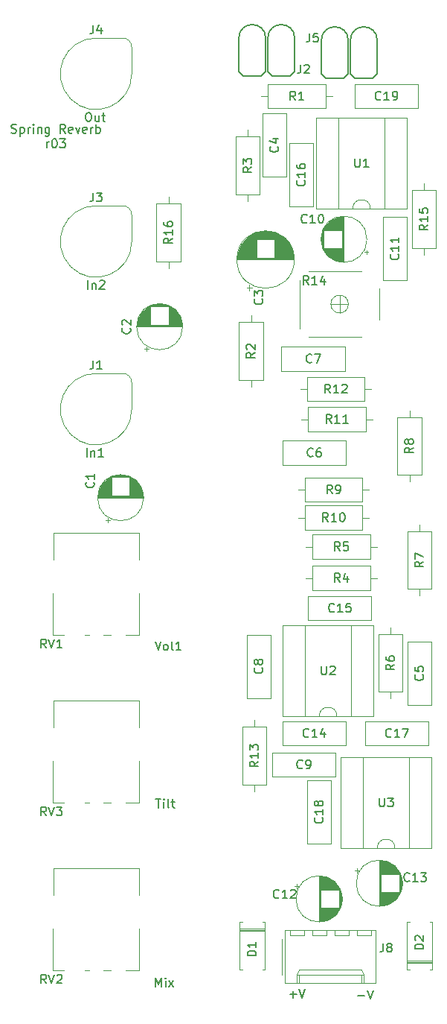
<source format=gto>
%TF.GenerationSoftware,KiCad,Pcbnew,(5.1.8-0-10_14)*%
%TF.CreationDate,2021-08-10T10:11:07+01:00*%
%TF.ProjectId,4u-music-thing-spring-reverb,34752d6d-7573-4696-932d-7468696e672d,rev?*%
%TF.SameCoordinates,Original*%
%TF.FileFunction,Legend,Top*%
%TF.FilePolarity,Positive*%
%FSLAX46Y46*%
G04 Gerber Fmt 4.6, Leading zero omitted, Abs format (unit mm)*
G04 Created by KiCad (PCBNEW (5.1.8-0-10_14)) date 2021-08-10 10:11:07*
%MOMM*%
%LPD*%
G01*
G04 APERTURE LIST*
%ADD10C,0.150000*%
%ADD11C,0.120000*%
%ADD12C,0.152400*%
G04 APERTURE END LIST*
D10*
X110704428Y-87955380D02*
X110704428Y-86955380D01*
X111180619Y-87288714D02*
X111180619Y-87955380D01*
X111180619Y-87383952D02*
X111228238Y-87336333D01*
X111323476Y-87288714D01*
X111466333Y-87288714D01*
X111561571Y-87336333D01*
X111609190Y-87431571D01*
X111609190Y-87955380D01*
X112609190Y-87955380D02*
X112037761Y-87955380D01*
X112323476Y-87955380D02*
X112323476Y-86955380D01*
X112228238Y-87098238D01*
X112133000Y-87193476D01*
X112037761Y-87241095D01*
X110831428Y-68905380D02*
X110831428Y-67905380D01*
X111307619Y-68238714D02*
X111307619Y-68905380D01*
X111307619Y-68333952D02*
X111355238Y-68286333D01*
X111450476Y-68238714D01*
X111593333Y-68238714D01*
X111688571Y-68286333D01*
X111736190Y-68381571D01*
X111736190Y-68905380D01*
X112164761Y-68000619D02*
X112212380Y-67953000D01*
X112307619Y-67905380D01*
X112545714Y-67905380D01*
X112640952Y-67953000D01*
X112688571Y-68000619D01*
X112736190Y-68095857D01*
X112736190Y-68191095D01*
X112688571Y-68333952D01*
X112117142Y-68905380D01*
X112736190Y-68905380D01*
X110799666Y-48855380D02*
X110990142Y-48855380D01*
X111085380Y-48903000D01*
X111180619Y-48998238D01*
X111228238Y-49188714D01*
X111228238Y-49522047D01*
X111180619Y-49712523D01*
X111085380Y-49807761D01*
X110990142Y-49855380D01*
X110799666Y-49855380D01*
X110704428Y-49807761D01*
X110609190Y-49712523D01*
X110561571Y-49522047D01*
X110561571Y-49188714D01*
X110609190Y-48998238D01*
X110704428Y-48903000D01*
X110799666Y-48855380D01*
X112085380Y-49188714D02*
X112085380Y-49855380D01*
X111656809Y-49188714D02*
X111656809Y-49712523D01*
X111704428Y-49807761D01*
X111799666Y-49855380D01*
X111942523Y-49855380D01*
X112037761Y-49807761D01*
X112085380Y-49760142D01*
X112418714Y-49188714D02*
X112799666Y-49188714D01*
X112561571Y-48855380D02*
X112561571Y-49712523D01*
X112609190Y-49807761D01*
X112704428Y-49855380D01*
X112799666Y-49855380D01*
X118491190Y-108926380D02*
X118824523Y-109926380D01*
X119157857Y-108926380D01*
X119634047Y-109926380D02*
X119538809Y-109878761D01*
X119491190Y-109831142D01*
X119443571Y-109735904D01*
X119443571Y-109450190D01*
X119491190Y-109354952D01*
X119538809Y-109307333D01*
X119634047Y-109259714D01*
X119776904Y-109259714D01*
X119872142Y-109307333D01*
X119919761Y-109354952D01*
X119967380Y-109450190D01*
X119967380Y-109735904D01*
X119919761Y-109831142D01*
X119872142Y-109878761D01*
X119776904Y-109926380D01*
X119634047Y-109926380D01*
X120538809Y-109926380D02*
X120443571Y-109878761D01*
X120395952Y-109783523D01*
X120395952Y-108926380D01*
X121443571Y-109926380D02*
X120872142Y-109926380D01*
X121157857Y-109926380D02*
X121157857Y-108926380D01*
X121062619Y-109069238D01*
X120967380Y-109164476D01*
X120872142Y-109212095D01*
X118562571Y-126833380D02*
X119134000Y-126833380D01*
X118848285Y-127833380D02*
X118848285Y-126833380D01*
X119467333Y-127833380D02*
X119467333Y-127166714D01*
X119467333Y-126833380D02*
X119419714Y-126881000D01*
X119467333Y-126928619D01*
X119514952Y-126881000D01*
X119467333Y-126833380D01*
X119467333Y-126928619D01*
X120086380Y-127833380D02*
X119991142Y-127785761D01*
X119943523Y-127690523D01*
X119943523Y-126833380D01*
X120324476Y-127166714D02*
X120705428Y-127166714D01*
X120467333Y-126833380D02*
X120467333Y-127690523D01*
X120514952Y-127785761D01*
X120610190Y-127833380D01*
X120705428Y-127833380D01*
X118530809Y-148153380D02*
X118530809Y-147153380D01*
X118864142Y-147867666D01*
X119197476Y-147153380D01*
X119197476Y-148153380D01*
X119673666Y-148153380D02*
X119673666Y-147486714D01*
X119673666Y-147153380D02*
X119626047Y-147201000D01*
X119673666Y-147248619D01*
X119721285Y-147201000D01*
X119673666Y-147153380D01*
X119673666Y-147248619D01*
X120054619Y-148153380D02*
X120578428Y-147486714D01*
X120054619Y-147486714D02*
X120578428Y-148153380D01*
X102116571Y-51141761D02*
X102259428Y-51189380D01*
X102497523Y-51189380D01*
X102592761Y-51141761D01*
X102640380Y-51094142D01*
X102688000Y-50998904D01*
X102688000Y-50903666D01*
X102640380Y-50808428D01*
X102592761Y-50760809D01*
X102497523Y-50713190D01*
X102307047Y-50665571D01*
X102211809Y-50617952D01*
X102164190Y-50570333D01*
X102116571Y-50475095D01*
X102116571Y-50379857D01*
X102164190Y-50284619D01*
X102211809Y-50237000D01*
X102307047Y-50189380D01*
X102545142Y-50189380D01*
X102688000Y-50237000D01*
X103116571Y-50522714D02*
X103116571Y-51522714D01*
X103116571Y-50570333D02*
X103211809Y-50522714D01*
X103402285Y-50522714D01*
X103497523Y-50570333D01*
X103545142Y-50617952D01*
X103592761Y-50713190D01*
X103592761Y-50998904D01*
X103545142Y-51094142D01*
X103497523Y-51141761D01*
X103402285Y-51189380D01*
X103211809Y-51189380D01*
X103116571Y-51141761D01*
X104021333Y-51189380D02*
X104021333Y-50522714D01*
X104021333Y-50713190D02*
X104068952Y-50617952D01*
X104116571Y-50570333D01*
X104211809Y-50522714D01*
X104307047Y-50522714D01*
X104640380Y-51189380D02*
X104640380Y-50522714D01*
X104640380Y-50189380D02*
X104592761Y-50237000D01*
X104640380Y-50284619D01*
X104688000Y-50237000D01*
X104640380Y-50189380D01*
X104640380Y-50284619D01*
X105116571Y-50522714D02*
X105116571Y-51189380D01*
X105116571Y-50617952D02*
X105164190Y-50570333D01*
X105259428Y-50522714D01*
X105402285Y-50522714D01*
X105497523Y-50570333D01*
X105545142Y-50665571D01*
X105545142Y-51189380D01*
X106449904Y-50522714D02*
X106449904Y-51332238D01*
X106402285Y-51427476D01*
X106354666Y-51475095D01*
X106259428Y-51522714D01*
X106116571Y-51522714D01*
X106021333Y-51475095D01*
X106449904Y-51141761D02*
X106354666Y-51189380D01*
X106164190Y-51189380D01*
X106068952Y-51141761D01*
X106021333Y-51094142D01*
X105973714Y-50998904D01*
X105973714Y-50713190D01*
X106021333Y-50617952D01*
X106068952Y-50570333D01*
X106164190Y-50522714D01*
X106354666Y-50522714D01*
X106449904Y-50570333D01*
X108259428Y-51189380D02*
X107926095Y-50713190D01*
X107688000Y-51189380D02*
X107688000Y-50189380D01*
X108068952Y-50189380D01*
X108164190Y-50237000D01*
X108211809Y-50284619D01*
X108259428Y-50379857D01*
X108259428Y-50522714D01*
X108211809Y-50617952D01*
X108164190Y-50665571D01*
X108068952Y-50713190D01*
X107688000Y-50713190D01*
X109068952Y-51141761D02*
X108973714Y-51189380D01*
X108783238Y-51189380D01*
X108688000Y-51141761D01*
X108640380Y-51046523D01*
X108640380Y-50665571D01*
X108688000Y-50570333D01*
X108783238Y-50522714D01*
X108973714Y-50522714D01*
X109068952Y-50570333D01*
X109116571Y-50665571D01*
X109116571Y-50760809D01*
X108640380Y-50856047D01*
X109449904Y-50522714D02*
X109688000Y-51189380D01*
X109926095Y-50522714D01*
X110688000Y-51141761D02*
X110592761Y-51189380D01*
X110402285Y-51189380D01*
X110307047Y-51141761D01*
X110259428Y-51046523D01*
X110259428Y-50665571D01*
X110307047Y-50570333D01*
X110402285Y-50522714D01*
X110592761Y-50522714D01*
X110688000Y-50570333D01*
X110735619Y-50665571D01*
X110735619Y-50760809D01*
X110259428Y-50856047D01*
X111164190Y-51189380D02*
X111164190Y-50522714D01*
X111164190Y-50713190D02*
X111211809Y-50617952D01*
X111259428Y-50570333D01*
X111354666Y-50522714D01*
X111449904Y-50522714D01*
X111783238Y-51189380D02*
X111783238Y-50189380D01*
X111783238Y-50570333D02*
X111878476Y-50522714D01*
X112068952Y-50522714D01*
X112164190Y-50570333D01*
X112211809Y-50617952D01*
X112259428Y-50713190D01*
X112259428Y-50998904D01*
X112211809Y-51094142D01*
X112164190Y-51141761D01*
X112068952Y-51189380D01*
X111878476Y-51189380D01*
X111783238Y-51141761D01*
X106164190Y-52839380D02*
X106164190Y-52172714D01*
X106164190Y-52363190D02*
X106211809Y-52267952D01*
X106259428Y-52220333D01*
X106354666Y-52172714D01*
X106449904Y-52172714D01*
X106973714Y-51839380D02*
X107068952Y-51839380D01*
X107164190Y-51887000D01*
X107211809Y-51934619D01*
X107259428Y-52029857D01*
X107307047Y-52220333D01*
X107307047Y-52458428D01*
X107259428Y-52648904D01*
X107211809Y-52744142D01*
X107164190Y-52791761D01*
X107068952Y-52839380D01*
X106973714Y-52839380D01*
X106878476Y-52791761D01*
X106830857Y-52744142D01*
X106783238Y-52648904D01*
X106735619Y-52458428D01*
X106735619Y-52220333D01*
X106783238Y-52029857D01*
X106830857Y-51934619D01*
X106878476Y-51887000D01*
X106973714Y-51839380D01*
X107640380Y-51839380D02*
X108259428Y-51839380D01*
X107926095Y-52220333D01*
X108068952Y-52220333D01*
X108164190Y-52267952D01*
X108211809Y-52315571D01*
X108259428Y-52410809D01*
X108259428Y-52648904D01*
X108211809Y-52744142D01*
X108164190Y-52791761D01*
X108068952Y-52839380D01*
X107783238Y-52839380D01*
X107688000Y-52791761D01*
X107640380Y-52744142D01*
X141557476Y-149169428D02*
X142319380Y-149169428D01*
X142652714Y-148550380D02*
X142986047Y-149550380D01*
X143319380Y-148550380D01*
X133810476Y-149042428D02*
X134572380Y-149042428D01*
X134191428Y-149423380D02*
X134191428Y-148661476D01*
X134905714Y-148423380D02*
X135239047Y-149423380D01*
X135572380Y-148423380D01*
D11*
%TO.C,R16*%
X120015000Y-58444000D02*
X120015000Y-59214000D01*
X120015000Y-66524000D02*
X120015000Y-65754000D01*
X118645000Y-59214000D02*
X118645000Y-65754000D01*
X121385000Y-59214000D02*
X118645000Y-59214000D01*
X121385000Y-65754000D02*
X121385000Y-59214000D01*
X118645000Y-65754000D02*
X121385000Y-65754000D01*
%TO.C,RV2*%
X113420000Y-146320000D02*
X112590000Y-146320000D01*
X110970000Y-146320000D02*
X110440000Y-146320000D01*
X108070000Y-146320000D02*
X106890000Y-146320000D01*
X116630000Y-146320000D02*
X116630000Y-141600000D01*
X106890000Y-137790000D02*
X106890000Y-134730000D01*
X106880000Y-146320000D02*
X106880000Y-141600000D01*
X116630000Y-137790000D02*
X116630000Y-134730000D01*
X116630000Y-146320000D02*
X115140000Y-146320000D01*
X116630000Y-134730000D02*
X106890000Y-134730000D01*
%TO.C,R14*%
X140486000Y-70612000D02*
G75*
G03*
X140486000Y-70612000I-1000000J0D01*
G01*
X139486000Y-71612000D02*
X139486000Y-69612000D01*
X140486000Y-70612000D02*
X138486000Y-70612000D01*
X143986000Y-68862000D02*
X143986000Y-72362000D01*
X135986000Y-74362000D02*
X141986000Y-74362000D01*
X134986000Y-67862000D02*
X134986000Y-73362000D01*
X141986000Y-66862000D02*
X135986000Y-66862000D01*
%TO.C,R13*%
X129794000Y-125960000D02*
X129794000Y-125190000D01*
X129794000Y-117880000D02*
X129794000Y-118650000D01*
X131164000Y-125190000D02*
X131164000Y-118650000D01*
X128424000Y-125190000D02*
X131164000Y-125190000D01*
X128424000Y-118650000D02*
X128424000Y-125190000D01*
X131164000Y-118650000D02*
X128424000Y-118650000D01*
%TO.C,R2*%
X129413000Y-79986000D02*
X129413000Y-79216000D01*
X129413000Y-71906000D02*
X129413000Y-72676000D01*
X130783000Y-79216000D02*
X130783000Y-72676000D01*
X128043000Y-79216000D02*
X130783000Y-79216000D01*
X128043000Y-72676000D02*
X128043000Y-79216000D01*
X130783000Y-72676000D02*
X128043000Y-72676000D01*
%TO.C,J8*%
X143040000Y-142350000D02*
X143040000Y-141750000D01*
X141440000Y-142350000D02*
X143040000Y-142350000D01*
X141440000Y-141750000D02*
X141440000Y-142350000D01*
X140500000Y-142350000D02*
X140500000Y-141750000D01*
X138900000Y-142350000D02*
X140500000Y-142350000D01*
X138900000Y-141750000D02*
X138900000Y-142350000D01*
X137960000Y-142350000D02*
X137960000Y-141750000D01*
X136360000Y-142350000D02*
X137960000Y-142350000D01*
X136360000Y-141750000D02*
X136360000Y-142350000D01*
X135420000Y-142350000D02*
X135420000Y-141750000D01*
X133820000Y-142350000D02*
X135420000Y-142350000D01*
X133820000Y-141750000D02*
X133820000Y-142350000D01*
X141990000Y-147770000D02*
X141990000Y-146770000D01*
X134870000Y-147770000D02*
X134870000Y-146770000D01*
X141990000Y-146240000D02*
X142240000Y-146770000D01*
X134870000Y-146240000D02*
X141990000Y-146240000D01*
X134620000Y-146770000D02*
X134870000Y-146240000D01*
X142240000Y-146770000D02*
X142240000Y-147770000D01*
X134620000Y-146770000D02*
X142240000Y-146770000D01*
X134620000Y-147770000D02*
X134620000Y-146770000D01*
X132950000Y-142780000D02*
X132950000Y-146780000D01*
X143620000Y-141750000D02*
X133240000Y-141750000D01*
X143620000Y-147770000D02*
X143620000Y-141750000D01*
X133240000Y-147770000D02*
X143620000Y-147770000D01*
X133240000Y-141750000D02*
X133240000Y-147770000D01*
D12*
%TO.C,J5*%
X143256000Y-44958000D02*
X143764000Y-44450000D01*
X143764000Y-44450000D02*
X143764000Y-40640000D01*
X140716000Y-40640000D02*
X140716000Y-44450000D01*
X141224000Y-44958000D02*
X143256000Y-44958000D01*
X140716000Y-44450000D02*
X141224000Y-44958000D01*
X140462000Y-44450000D02*
X140462000Y-40640000D01*
X139954000Y-44958000D02*
X140462000Y-44450000D01*
X137922000Y-44958000D02*
X139954000Y-44958000D01*
X137414000Y-44450000D02*
X137922000Y-44958000D01*
X137414000Y-40640000D02*
X137414000Y-44450000D01*
X140716000Y-40640000D02*
G75*
G02*
X143764000Y-40640000I1524000J0D01*
G01*
X137414000Y-40640000D02*
G75*
G02*
X140462000Y-40640000I1524000J0D01*
G01*
D11*
%TO.C,J3*%
X115824000Y-60452000D02*
X115824000Y-63500000D01*
X111760000Y-59436000D02*
X114808000Y-59436000D01*
X114808000Y-59436000D02*
G75*
G02*
X115824000Y-60452000I0J-1016000D01*
G01*
X115824000Y-63500000D02*
G75*
G02*
X111760000Y-59436000I-4064000J0D01*
G01*
D12*
%TO.C,J2*%
X133858000Y-44704000D02*
X134366000Y-44196000D01*
X134366000Y-44196000D02*
X134366000Y-40386000D01*
X131318000Y-40386000D02*
X131318000Y-44196000D01*
X131826000Y-44704000D02*
X133858000Y-44704000D01*
X131318000Y-44196000D02*
X131826000Y-44704000D01*
X131064000Y-44196000D02*
X131064000Y-40386000D01*
X130556000Y-44704000D02*
X131064000Y-44196000D01*
X128524000Y-44704000D02*
X130556000Y-44704000D01*
X128016000Y-44196000D02*
X128524000Y-44704000D01*
X128016000Y-40386000D02*
X128016000Y-44196000D01*
X131318000Y-40386000D02*
G75*
G02*
X134366000Y-40386000I1524000J0D01*
G01*
X128016000Y-40386000D02*
G75*
G02*
X131064000Y-40386000I1524000J0D01*
G01*
D11*
%TO.C,C13*%
X146618000Y-136398000D02*
G75*
G03*
X146618000Y-136398000I-2620000J0D01*
G01*
X143998000Y-133818000D02*
X143998000Y-138978000D01*
X144038000Y-133818000D02*
X144038000Y-138978000D01*
X144078000Y-133819000D02*
X144078000Y-138977000D01*
X144118000Y-133820000D02*
X144118000Y-138976000D01*
X144158000Y-133822000D02*
X144158000Y-138974000D01*
X144198000Y-133825000D02*
X144198000Y-138971000D01*
X144238000Y-133829000D02*
X144238000Y-135358000D01*
X144238000Y-137438000D02*
X144238000Y-138967000D01*
X144278000Y-133833000D02*
X144278000Y-135358000D01*
X144278000Y-137438000D02*
X144278000Y-138963000D01*
X144318000Y-133837000D02*
X144318000Y-135358000D01*
X144318000Y-137438000D02*
X144318000Y-138959000D01*
X144358000Y-133842000D02*
X144358000Y-135358000D01*
X144358000Y-137438000D02*
X144358000Y-138954000D01*
X144398000Y-133848000D02*
X144398000Y-135358000D01*
X144398000Y-137438000D02*
X144398000Y-138948000D01*
X144438000Y-133855000D02*
X144438000Y-135358000D01*
X144438000Y-137438000D02*
X144438000Y-138941000D01*
X144478000Y-133862000D02*
X144478000Y-135358000D01*
X144478000Y-137438000D02*
X144478000Y-138934000D01*
X144518000Y-133870000D02*
X144518000Y-135358000D01*
X144518000Y-137438000D02*
X144518000Y-138926000D01*
X144558000Y-133878000D02*
X144558000Y-135358000D01*
X144558000Y-137438000D02*
X144558000Y-138918000D01*
X144598000Y-133887000D02*
X144598000Y-135358000D01*
X144598000Y-137438000D02*
X144598000Y-138909000D01*
X144638000Y-133897000D02*
X144638000Y-135358000D01*
X144638000Y-137438000D02*
X144638000Y-138899000D01*
X144678000Y-133907000D02*
X144678000Y-135358000D01*
X144678000Y-137438000D02*
X144678000Y-138889000D01*
X144719000Y-133918000D02*
X144719000Y-135358000D01*
X144719000Y-137438000D02*
X144719000Y-138878000D01*
X144759000Y-133930000D02*
X144759000Y-135358000D01*
X144759000Y-137438000D02*
X144759000Y-138866000D01*
X144799000Y-133943000D02*
X144799000Y-135358000D01*
X144799000Y-137438000D02*
X144799000Y-138853000D01*
X144839000Y-133956000D02*
X144839000Y-135358000D01*
X144839000Y-137438000D02*
X144839000Y-138840000D01*
X144879000Y-133970000D02*
X144879000Y-135358000D01*
X144879000Y-137438000D02*
X144879000Y-138826000D01*
X144919000Y-133984000D02*
X144919000Y-135358000D01*
X144919000Y-137438000D02*
X144919000Y-138812000D01*
X144959000Y-134000000D02*
X144959000Y-135358000D01*
X144959000Y-137438000D02*
X144959000Y-138796000D01*
X144999000Y-134016000D02*
X144999000Y-135358000D01*
X144999000Y-137438000D02*
X144999000Y-138780000D01*
X145039000Y-134033000D02*
X145039000Y-135358000D01*
X145039000Y-137438000D02*
X145039000Y-138763000D01*
X145079000Y-134050000D02*
X145079000Y-135358000D01*
X145079000Y-137438000D02*
X145079000Y-138746000D01*
X145119000Y-134069000D02*
X145119000Y-135358000D01*
X145119000Y-137438000D02*
X145119000Y-138727000D01*
X145159000Y-134088000D02*
X145159000Y-135358000D01*
X145159000Y-137438000D02*
X145159000Y-138708000D01*
X145199000Y-134108000D02*
X145199000Y-135358000D01*
X145199000Y-137438000D02*
X145199000Y-138688000D01*
X145239000Y-134130000D02*
X145239000Y-135358000D01*
X145239000Y-137438000D02*
X145239000Y-138666000D01*
X145279000Y-134151000D02*
X145279000Y-135358000D01*
X145279000Y-137438000D02*
X145279000Y-138645000D01*
X145319000Y-134174000D02*
X145319000Y-135358000D01*
X145319000Y-137438000D02*
X145319000Y-138622000D01*
X145359000Y-134198000D02*
X145359000Y-135358000D01*
X145359000Y-137438000D02*
X145359000Y-138598000D01*
X145399000Y-134223000D02*
X145399000Y-135358000D01*
X145399000Y-137438000D02*
X145399000Y-138573000D01*
X145439000Y-134249000D02*
X145439000Y-135358000D01*
X145439000Y-137438000D02*
X145439000Y-138547000D01*
X145479000Y-134276000D02*
X145479000Y-135358000D01*
X145479000Y-137438000D02*
X145479000Y-138520000D01*
X145519000Y-134303000D02*
X145519000Y-135358000D01*
X145519000Y-137438000D02*
X145519000Y-138493000D01*
X145559000Y-134333000D02*
X145559000Y-135358000D01*
X145559000Y-137438000D02*
X145559000Y-138463000D01*
X145599000Y-134363000D02*
X145599000Y-135358000D01*
X145599000Y-137438000D02*
X145599000Y-138433000D01*
X145639000Y-134394000D02*
X145639000Y-135358000D01*
X145639000Y-137438000D02*
X145639000Y-138402000D01*
X145679000Y-134427000D02*
X145679000Y-135358000D01*
X145679000Y-137438000D02*
X145679000Y-138369000D01*
X145719000Y-134461000D02*
X145719000Y-135358000D01*
X145719000Y-137438000D02*
X145719000Y-138335000D01*
X145759000Y-134497000D02*
X145759000Y-135358000D01*
X145759000Y-137438000D02*
X145759000Y-138299000D01*
X145799000Y-134534000D02*
X145799000Y-135358000D01*
X145799000Y-137438000D02*
X145799000Y-138262000D01*
X145839000Y-134572000D02*
X145839000Y-135358000D01*
X145839000Y-137438000D02*
X145839000Y-138224000D01*
X145879000Y-134613000D02*
X145879000Y-135358000D01*
X145879000Y-137438000D02*
X145879000Y-138183000D01*
X145919000Y-134655000D02*
X145919000Y-135358000D01*
X145919000Y-137438000D02*
X145919000Y-138141000D01*
X145959000Y-134699000D02*
X145959000Y-135358000D01*
X145959000Y-137438000D02*
X145959000Y-138097000D01*
X145999000Y-134745000D02*
X145999000Y-135358000D01*
X145999000Y-137438000D02*
X145999000Y-138051000D01*
X146039000Y-134793000D02*
X146039000Y-135358000D01*
X146039000Y-137438000D02*
X146039000Y-138003000D01*
X146079000Y-134844000D02*
X146079000Y-135358000D01*
X146079000Y-137438000D02*
X146079000Y-137952000D01*
X146119000Y-134898000D02*
X146119000Y-135358000D01*
X146119000Y-137438000D02*
X146119000Y-137898000D01*
X146159000Y-134955000D02*
X146159000Y-135358000D01*
X146159000Y-137438000D02*
X146159000Y-137841000D01*
X146199000Y-135015000D02*
X146199000Y-135358000D01*
X146199000Y-137438000D02*
X146199000Y-137781000D01*
X146239000Y-135079000D02*
X146239000Y-135358000D01*
X146239000Y-137438000D02*
X146239000Y-137717000D01*
X146279000Y-135147000D02*
X146279000Y-135358000D01*
X146279000Y-137438000D02*
X146279000Y-137649000D01*
X146319000Y-135220000D02*
X146319000Y-137576000D01*
X146359000Y-135300000D02*
X146359000Y-137496000D01*
X146399000Y-135387000D02*
X146399000Y-137409000D01*
X146439000Y-135483000D02*
X146439000Y-137313000D01*
X146479000Y-135593000D02*
X146479000Y-137203000D01*
X146519000Y-135721000D02*
X146519000Y-137075000D01*
X146559000Y-135880000D02*
X146559000Y-136916000D01*
X146599000Y-136114000D02*
X146599000Y-136682000D01*
X141193225Y-134923000D02*
X141693225Y-134923000D01*
X141443225Y-134673000D02*
X141443225Y-135173000D01*
%TO.C,C12*%
X139760000Y-138176000D02*
G75*
G03*
X139760000Y-138176000I-2620000J0D01*
G01*
X137140000Y-135596000D02*
X137140000Y-140756000D01*
X137180000Y-135596000D02*
X137180000Y-140756000D01*
X137220000Y-135597000D02*
X137220000Y-140755000D01*
X137260000Y-135598000D02*
X137260000Y-140754000D01*
X137300000Y-135600000D02*
X137300000Y-140752000D01*
X137340000Y-135603000D02*
X137340000Y-140749000D01*
X137380000Y-135607000D02*
X137380000Y-137136000D01*
X137380000Y-139216000D02*
X137380000Y-140745000D01*
X137420000Y-135611000D02*
X137420000Y-137136000D01*
X137420000Y-139216000D02*
X137420000Y-140741000D01*
X137460000Y-135615000D02*
X137460000Y-137136000D01*
X137460000Y-139216000D02*
X137460000Y-140737000D01*
X137500000Y-135620000D02*
X137500000Y-137136000D01*
X137500000Y-139216000D02*
X137500000Y-140732000D01*
X137540000Y-135626000D02*
X137540000Y-137136000D01*
X137540000Y-139216000D02*
X137540000Y-140726000D01*
X137580000Y-135633000D02*
X137580000Y-137136000D01*
X137580000Y-139216000D02*
X137580000Y-140719000D01*
X137620000Y-135640000D02*
X137620000Y-137136000D01*
X137620000Y-139216000D02*
X137620000Y-140712000D01*
X137660000Y-135648000D02*
X137660000Y-137136000D01*
X137660000Y-139216000D02*
X137660000Y-140704000D01*
X137700000Y-135656000D02*
X137700000Y-137136000D01*
X137700000Y-139216000D02*
X137700000Y-140696000D01*
X137740000Y-135665000D02*
X137740000Y-137136000D01*
X137740000Y-139216000D02*
X137740000Y-140687000D01*
X137780000Y-135675000D02*
X137780000Y-137136000D01*
X137780000Y-139216000D02*
X137780000Y-140677000D01*
X137820000Y-135685000D02*
X137820000Y-137136000D01*
X137820000Y-139216000D02*
X137820000Y-140667000D01*
X137861000Y-135696000D02*
X137861000Y-137136000D01*
X137861000Y-139216000D02*
X137861000Y-140656000D01*
X137901000Y-135708000D02*
X137901000Y-137136000D01*
X137901000Y-139216000D02*
X137901000Y-140644000D01*
X137941000Y-135721000D02*
X137941000Y-137136000D01*
X137941000Y-139216000D02*
X137941000Y-140631000D01*
X137981000Y-135734000D02*
X137981000Y-137136000D01*
X137981000Y-139216000D02*
X137981000Y-140618000D01*
X138021000Y-135748000D02*
X138021000Y-137136000D01*
X138021000Y-139216000D02*
X138021000Y-140604000D01*
X138061000Y-135762000D02*
X138061000Y-137136000D01*
X138061000Y-139216000D02*
X138061000Y-140590000D01*
X138101000Y-135778000D02*
X138101000Y-137136000D01*
X138101000Y-139216000D02*
X138101000Y-140574000D01*
X138141000Y-135794000D02*
X138141000Y-137136000D01*
X138141000Y-139216000D02*
X138141000Y-140558000D01*
X138181000Y-135811000D02*
X138181000Y-137136000D01*
X138181000Y-139216000D02*
X138181000Y-140541000D01*
X138221000Y-135828000D02*
X138221000Y-137136000D01*
X138221000Y-139216000D02*
X138221000Y-140524000D01*
X138261000Y-135847000D02*
X138261000Y-137136000D01*
X138261000Y-139216000D02*
X138261000Y-140505000D01*
X138301000Y-135866000D02*
X138301000Y-137136000D01*
X138301000Y-139216000D02*
X138301000Y-140486000D01*
X138341000Y-135886000D02*
X138341000Y-137136000D01*
X138341000Y-139216000D02*
X138341000Y-140466000D01*
X138381000Y-135908000D02*
X138381000Y-137136000D01*
X138381000Y-139216000D02*
X138381000Y-140444000D01*
X138421000Y-135929000D02*
X138421000Y-137136000D01*
X138421000Y-139216000D02*
X138421000Y-140423000D01*
X138461000Y-135952000D02*
X138461000Y-137136000D01*
X138461000Y-139216000D02*
X138461000Y-140400000D01*
X138501000Y-135976000D02*
X138501000Y-137136000D01*
X138501000Y-139216000D02*
X138501000Y-140376000D01*
X138541000Y-136001000D02*
X138541000Y-137136000D01*
X138541000Y-139216000D02*
X138541000Y-140351000D01*
X138581000Y-136027000D02*
X138581000Y-137136000D01*
X138581000Y-139216000D02*
X138581000Y-140325000D01*
X138621000Y-136054000D02*
X138621000Y-137136000D01*
X138621000Y-139216000D02*
X138621000Y-140298000D01*
X138661000Y-136081000D02*
X138661000Y-137136000D01*
X138661000Y-139216000D02*
X138661000Y-140271000D01*
X138701000Y-136111000D02*
X138701000Y-137136000D01*
X138701000Y-139216000D02*
X138701000Y-140241000D01*
X138741000Y-136141000D02*
X138741000Y-137136000D01*
X138741000Y-139216000D02*
X138741000Y-140211000D01*
X138781000Y-136172000D02*
X138781000Y-137136000D01*
X138781000Y-139216000D02*
X138781000Y-140180000D01*
X138821000Y-136205000D02*
X138821000Y-137136000D01*
X138821000Y-139216000D02*
X138821000Y-140147000D01*
X138861000Y-136239000D02*
X138861000Y-137136000D01*
X138861000Y-139216000D02*
X138861000Y-140113000D01*
X138901000Y-136275000D02*
X138901000Y-137136000D01*
X138901000Y-139216000D02*
X138901000Y-140077000D01*
X138941000Y-136312000D02*
X138941000Y-137136000D01*
X138941000Y-139216000D02*
X138941000Y-140040000D01*
X138981000Y-136350000D02*
X138981000Y-137136000D01*
X138981000Y-139216000D02*
X138981000Y-140002000D01*
X139021000Y-136391000D02*
X139021000Y-137136000D01*
X139021000Y-139216000D02*
X139021000Y-139961000D01*
X139061000Y-136433000D02*
X139061000Y-137136000D01*
X139061000Y-139216000D02*
X139061000Y-139919000D01*
X139101000Y-136477000D02*
X139101000Y-137136000D01*
X139101000Y-139216000D02*
X139101000Y-139875000D01*
X139141000Y-136523000D02*
X139141000Y-137136000D01*
X139141000Y-139216000D02*
X139141000Y-139829000D01*
X139181000Y-136571000D02*
X139181000Y-137136000D01*
X139181000Y-139216000D02*
X139181000Y-139781000D01*
X139221000Y-136622000D02*
X139221000Y-137136000D01*
X139221000Y-139216000D02*
X139221000Y-139730000D01*
X139261000Y-136676000D02*
X139261000Y-137136000D01*
X139261000Y-139216000D02*
X139261000Y-139676000D01*
X139301000Y-136733000D02*
X139301000Y-137136000D01*
X139301000Y-139216000D02*
X139301000Y-139619000D01*
X139341000Y-136793000D02*
X139341000Y-137136000D01*
X139341000Y-139216000D02*
X139341000Y-139559000D01*
X139381000Y-136857000D02*
X139381000Y-137136000D01*
X139381000Y-139216000D02*
X139381000Y-139495000D01*
X139421000Y-136925000D02*
X139421000Y-137136000D01*
X139421000Y-139216000D02*
X139421000Y-139427000D01*
X139461000Y-136998000D02*
X139461000Y-139354000D01*
X139501000Y-137078000D02*
X139501000Y-139274000D01*
X139541000Y-137165000D02*
X139541000Y-139187000D01*
X139581000Y-137261000D02*
X139581000Y-139091000D01*
X139621000Y-137371000D02*
X139621000Y-138981000D01*
X139661000Y-137499000D02*
X139661000Y-138853000D01*
X139701000Y-137658000D02*
X139701000Y-138694000D01*
X139741000Y-137892000D02*
X139741000Y-138460000D01*
X134335225Y-136701000D02*
X134835225Y-136701000D01*
X134585225Y-136451000D02*
X134585225Y-136951000D01*
%TO.C,C11*%
X147166000Y-60682000D02*
X147166000Y-67922000D01*
X144426000Y-60682000D02*
X144426000Y-67922000D01*
X147166000Y-60682000D02*
X144426000Y-60682000D01*
X147166000Y-67922000D02*
X144426000Y-67922000D01*
%TO.C,C9*%
X131802000Y-121566000D02*
X139042000Y-121566000D01*
X131802000Y-124306000D02*
X139042000Y-124306000D01*
X131802000Y-121566000D02*
X131802000Y-124306000D01*
X139042000Y-121566000D02*
X139042000Y-124306000D01*
%TO.C,RV3*%
X113420000Y-127270000D02*
X112590000Y-127270000D01*
X110970000Y-127270000D02*
X110440000Y-127270000D01*
X108070000Y-127270000D02*
X106890000Y-127270000D01*
X116630000Y-127270000D02*
X116630000Y-122550000D01*
X106890000Y-118740000D02*
X106890000Y-115680000D01*
X106880000Y-127270000D02*
X106880000Y-122550000D01*
X116630000Y-118740000D02*
X116630000Y-115680000D01*
X116630000Y-127270000D02*
X115140000Y-127270000D01*
X116630000Y-115680000D02*
X106890000Y-115680000D01*
%TO.C,RV1*%
X113420000Y-108220000D02*
X112590000Y-108220000D01*
X110970000Y-108220000D02*
X110440000Y-108220000D01*
X108070000Y-108220000D02*
X106890000Y-108220000D01*
X116630000Y-108220000D02*
X116630000Y-103500000D01*
X106890000Y-99690000D02*
X106890000Y-96630000D01*
X106880000Y-108220000D02*
X106880000Y-103500000D01*
X116630000Y-99690000D02*
X116630000Y-96630000D01*
X116630000Y-108220000D02*
X115140000Y-108220000D01*
X116630000Y-96630000D02*
X106890000Y-96630000D01*
%TO.C,U3*%
X145780000Y-132394000D02*
X147430000Y-132394000D01*
X147430000Y-132394000D02*
X147430000Y-122114000D01*
X147430000Y-122114000D02*
X142130000Y-122114000D01*
X142130000Y-122114000D02*
X142130000Y-132394000D01*
X142130000Y-132394000D02*
X143780000Y-132394000D01*
X149920000Y-132454000D02*
X149920000Y-122054000D01*
X149920000Y-122054000D02*
X139640000Y-122054000D01*
X139640000Y-122054000D02*
X139640000Y-132454000D01*
X139640000Y-132454000D02*
X149920000Y-132454000D01*
X143780000Y-132394000D02*
G75*
G02*
X145780000Y-132394000I1000000J0D01*
G01*
%TO.C,U2*%
X139176000Y-117408000D02*
X140826000Y-117408000D01*
X140826000Y-117408000D02*
X140826000Y-107128000D01*
X140826000Y-107128000D02*
X135526000Y-107128000D01*
X135526000Y-107128000D02*
X135526000Y-117408000D01*
X135526000Y-117408000D02*
X137176000Y-117408000D01*
X143316000Y-117468000D02*
X143316000Y-107068000D01*
X143316000Y-107068000D02*
X133036000Y-107068000D01*
X133036000Y-107068000D02*
X133036000Y-117468000D01*
X133036000Y-117468000D02*
X143316000Y-117468000D01*
X137176000Y-117408000D02*
G75*
G02*
X139176000Y-117408000I1000000J0D01*
G01*
%TO.C,U1*%
X142986000Y-59750000D02*
X144636000Y-59750000D01*
X144636000Y-59750000D02*
X144636000Y-49470000D01*
X144636000Y-49470000D02*
X139336000Y-49470000D01*
X139336000Y-49470000D02*
X139336000Y-59750000D01*
X139336000Y-59750000D02*
X140986000Y-59750000D01*
X147126000Y-59810000D02*
X147126000Y-49410000D01*
X147126000Y-49410000D02*
X136846000Y-49410000D01*
X136846000Y-49410000D02*
X136846000Y-59810000D01*
X136846000Y-59810000D02*
X147126000Y-59810000D01*
X140986000Y-59750000D02*
G75*
G02*
X142986000Y-59750000I1000000J0D01*
G01*
%TO.C,R15*%
X149098000Y-56920000D02*
X149098000Y-57690000D01*
X149098000Y-65000000D02*
X149098000Y-64230000D01*
X147728000Y-57690000D02*
X147728000Y-64230000D01*
X150468000Y-57690000D02*
X147728000Y-57690000D01*
X150468000Y-64230000D02*
X150468000Y-57690000D01*
X147728000Y-64230000D02*
X150468000Y-64230000D01*
%TO.C,R12*%
X135025000Y-80264000D02*
X135795000Y-80264000D01*
X143105000Y-80264000D02*
X142335000Y-80264000D01*
X135795000Y-81634000D02*
X142335000Y-81634000D01*
X135795000Y-78894000D02*
X135795000Y-81634000D01*
X142335000Y-78894000D02*
X135795000Y-78894000D01*
X142335000Y-81634000D02*
X142335000Y-78894000D01*
%TO.C,R11*%
X135152000Y-83693000D02*
X135922000Y-83693000D01*
X143232000Y-83693000D02*
X142462000Y-83693000D01*
X135922000Y-85063000D02*
X142462000Y-85063000D01*
X135922000Y-82323000D02*
X135922000Y-85063000D01*
X142462000Y-82323000D02*
X135922000Y-82323000D01*
X142462000Y-85063000D02*
X142462000Y-82323000D01*
%TO.C,R10*%
X142851000Y-94869000D02*
X142081000Y-94869000D01*
X134771000Y-94869000D02*
X135541000Y-94869000D01*
X142081000Y-93499000D02*
X135541000Y-93499000D01*
X142081000Y-96239000D02*
X142081000Y-93499000D01*
X135541000Y-96239000D02*
X142081000Y-96239000D01*
X135541000Y-93499000D02*
X135541000Y-96239000D01*
%TO.C,R9*%
X142851000Y-91694000D02*
X142081000Y-91694000D01*
X134771000Y-91694000D02*
X135541000Y-91694000D01*
X142081000Y-90324000D02*
X135541000Y-90324000D01*
X142081000Y-93064000D02*
X142081000Y-90324000D01*
X135541000Y-93064000D02*
X142081000Y-93064000D01*
X135541000Y-90324000D02*
X135541000Y-93064000D01*
%TO.C,R8*%
X147447000Y-90781000D02*
X147447000Y-90011000D01*
X147447000Y-82701000D02*
X147447000Y-83471000D01*
X148817000Y-90011000D02*
X148817000Y-83471000D01*
X146077000Y-90011000D02*
X148817000Y-90011000D01*
X146077000Y-83471000D02*
X146077000Y-90011000D01*
X148817000Y-83471000D02*
X146077000Y-83471000D01*
%TO.C,R7*%
X148590000Y-103735000D02*
X148590000Y-102965000D01*
X148590000Y-95655000D02*
X148590000Y-96425000D01*
X149960000Y-102965000D02*
X149960000Y-96425000D01*
X147220000Y-102965000D02*
X149960000Y-102965000D01*
X147220000Y-96425000D02*
X147220000Y-102965000D01*
X149960000Y-96425000D02*
X147220000Y-96425000D01*
%TO.C,R6*%
X145288000Y-107339000D02*
X145288000Y-108109000D01*
X145288000Y-115419000D02*
X145288000Y-114649000D01*
X143918000Y-108109000D02*
X143918000Y-114649000D01*
X146658000Y-108109000D02*
X143918000Y-108109000D01*
X146658000Y-114649000D02*
X146658000Y-108109000D01*
X143918000Y-114649000D02*
X146658000Y-114649000D01*
%TO.C,R5*%
X135660000Y-98171000D02*
X136430000Y-98171000D01*
X143740000Y-98171000D02*
X142970000Y-98171000D01*
X136430000Y-99541000D02*
X142970000Y-99541000D01*
X136430000Y-96801000D02*
X136430000Y-99541000D01*
X142970000Y-96801000D02*
X136430000Y-96801000D01*
X142970000Y-99541000D02*
X142970000Y-96801000D01*
%TO.C,R4*%
X135660000Y-101727000D02*
X136430000Y-101727000D01*
X143740000Y-101727000D02*
X142970000Y-101727000D01*
X136430000Y-103097000D02*
X142970000Y-103097000D01*
X136430000Y-100357000D02*
X136430000Y-103097000D01*
X142970000Y-100357000D02*
X136430000Y-100357000D01*
X142970000Y-103097000D02*
X142970000Y-100357000D01*
%TO.C,R3*%
X129032000Y-50824000D02*
X129032000Y-51594000D01*
X129032000Y-58904000D02*
X129032000Y-58134000D01*
X127662000Y-51594000D02*
X127662000Y-58134000D01*
X130402000Y-51594000D02*
X127662000Y-51594000D01*
X130402000Y-58134000D02*
X130402000Y-51594000D01*
X127662000Y-58134000D02*
X130402000Y-58134000D01*
%TO.C,R1*%
X130580000Y-46990000D02*
X131350000Y-46990000D01*
X138660000Y-46990000D02*
X137890000Y-46990000D01*
X131350000Y-48360000D02*
X137890000Y-48360000D01*
X131350000Y-45620000D02*
X131350000Y-48360000D01*
X137890000Y-45620000D02*
X131350000Y-45620000D01*
X137890000Y-48360000D02*
X137890000Y-45620000D01*
%TO.C,J4*%
X115824000Y-41402000D02*
X115824000Y-44450000D01*
X111760000Y-40386000D02*
X114808000Y-40386000D01*
X114808000Y-40386000D02*
G75*
G02*
X115824000Y-41402000I0J-1016000D01*
G01*
X115824000Y-44450000D02*
G75*
G02*
X111760000Y-40386000I-4064000J0D01*
G01*
%TO.C,J1*%
X115824000Y-79502000D02*
X115824000Y-82550000D01*
X111760000Y-78486000D02*
X114808000Y-78486000D01*
X114808000Y-78486000D02*
G75*
G02*
X115824000Y-79502000I0J-1016000D01*
G01*
X115824000Y-82550000D02*
G75*
G02*
X111760000Y-78486000I-4064000J0D01*
G01*
%TO.C,D2*%
X147120000Y-145450000D02*
X150060000Y-145450000D01*
X147120000Y-145210000D02*
X150060000Y-145210000D01*
X147120000Y-145330000D02*
X150060000Y-145330000D01*
X150060000Y-140790000D02*
X149730000Y-140790000D01*
X150060000Y-146230000D02*
X150060000Y-140790000D01*
X149730000Y-146230000D02*
X150060000Y-146230000D01*
X147120000Y-140790000D02*
X147450000Y-140790000D01*
X147120000Y-146230000D02*
X147120000Y-140790000D01*
X147450000Y-146230000D02*
X147120000Y-146230000D01*
%TO.C,D1*%
X131010000Y-141570000D02*
X128070000Y-141570000D01*
X131010000Y-141810000D02*
X128070000Y-141810000D01*
X131010000Y-141690000D02*
X128070000Y-141690000D01*
X128070000Y-146230000D02*
X128400000Y-146230000D01*
X128070000Y-140790000D02*
X128070000Y-146230000D01*
X128400000Y-140790000D02*
X128070000Y-140790000D01*
X131010000Y-146230000D02*
X130680000Y-146230000D01*
X131010000Y-140790000D02*
X131010000Y-146230000D01*
X130680000Y-140790000D02*
X131010000Y-140790000D01*
%TO.C,C19*%
X141200000Y-45620000D02*
X148440000Y-45620000D01*
X141200000Y-48360000D02*
X148440000Y-48360000D01*
X141200000Y-45620000D02*
X141200000Y-48360000D01*
X148440000Y-45620000D02*
X148440000Y-48360000D01*
%TO.C,C18*%
X135790000Y-131930000D02*
X135790000Y-124690000D01*
X138530000Y-131930000D02*
X138530000Y-124690000D01*
X135790000Y-131930000D02*
X138530000Y-131930000D01*
X135790000Y-124690000D02*
X138530000Y-124690000D01*
%TO.C,C17*%
X142390000Y-118010000D02*
X149630000Y-118010000D01*
X142390000Y-120750000D02*
X149630000Y-120750000D01*
X142390000Y-118010000D02*
X142390000Y-120750000D01*
X149630000Y-118010000D02*
X149630000Y-120750000D01*
%TO.C,C16*%
X133758000Y-59540000D02*
X133758000Y-52300000D01*
X136498000Y-59540000D02*
X136498000Y-52300000D01*
X133758000Y-59540000D02*
X136498000Y-59540000D01*
X133758000Y-52300000D02*
X136498000Y-52300000D01*
%TO.C,C15*%
X135866000Y-103786000D02*
X143106000Y-103786000D01*
X135866000Y-106526000D02*
X143106000Y-106526000D01*
X135866000Y-103786000D02*
X135866000Y-106526000D01*
X143106000Y-103786000D02*
X143106000Y-106526000D01*
%TO.C,C14*%
X140232000Y-120750000D02*
X132992000Y-120750000D01*
X140232000Y-118010000D02*
X132992000Y-118010000D01*
X140232000Y-120750000D02*
X140232000Y-118010000D01*
X132992000Y-120750000D02*
X132992000Y-118010000D01*
%TO.C,C10*%
X142594000Y-63246000D02*
G75*
G03*
X142594000Y-63246000I-2620000J0D01*
G01*
X139974000Y-65826000D02*
X139974000Y-60666000D01*
X139934000Y-65826000D02*
X139934000Y-60666000D01*
X139894000Y-65825000D02*
X139894000Y-60667000D01*
X139854000Y-65824000D02*
X139854000Y-60668000D01*
X139814000Y-65822000D02*
X139814000Y-60670000D01*
X139774000Y-65819000D02*
X139774000Y-60673000D01*
X139734000Y-65815000D02*
X139734000Y-64286000D01*
X139734000Y-62206000D02*
X139734000Y-60677000D01*
X139694000Y-65811000D02*
X139694000Y-64286000D01*
X139694000Y-62206000D02*
X139694000Y-60681000D01*
X139654000Y-65807000D02*
X139654000Y-64286000D01*
X139654000Y-62206000D02*
X139654000Y-60685000D01*
X139614000Y-65802000D02*
X139614000Y-64286000D01*
X139614000Y-62206000D02*
X139614000Y-60690000D01*
X139574000Y-65796000D02*
X139574000Y-64286000D01*
X139574000Y-62206000D02*
X139574000Y-60696000D01*
X139534000Y-65789000D02*
X139534000Y-64286000D01*
X139534000Y-62206000D02*
X139534000Y-60703000D01*
X139494000Y-65782000D02*
X139494000Y-64286000D01*
X139494000Y-62206000D02*
X139494000Y-60710000D01*
X139454000Y-65774000D02*
X139454000Y-64286000D01*
X139454000Y-62206000D02*
X139454000Y-60718000D01*
X139414000Y-65766000D02*
X139414000Y-64286000D01*
X139414000Y-62206000D02*
X139414000Y-60726000D01*
X139374000Y-65757000D02*
X139374000Y-64286000D01*
X139374000Y-62206000D02*
X139374000Y-60735000D01*
X139334000Y-65747000D02*
X139334000Y-64286000D01*
X139334000Y-62206000D02*
X139334000Y-60745000D01*
X139294000Y-65737000D02*
X139294000Y-64286000D01*
X139294000Y-62206000D02*
X139294000Y-60755000D01*
X139253000Y-65726000D02*
X139253000Y-64286000D01*
X139253000Y-62206000D02*
X139253000Y-60766000D01*
X139213000Y-65714000D02*
X139213000Y-64286000D01*
X139213000Y-62206000D02*
X139213000Y-60778000D01*
X139173000Y-65701000D02*
X139173000Y-64286000D01*
X139173000Y-62206000D02*
X139173000Y-60791000D01*
X139133000Y-65688000D02*
X139133000Y-64286000D01*
X139133000Y-62206000D02*
X139133000Y-60804000D01*
X139093000Y-65674000D02*
X139093000Y-64286000D01*
X139093000Y-62206000D02*
X139093000Y-60818000D01*
X139053000Y-65660000D02*
X139053000Y-64286000D01*
X139053000Y-62206000D02*
X139053000Y-60832000D01*
X139013000Y-65644000D02*
X139013000Y-64286000D01*
X139013000Y-62206000D02*
X139013000Y-60848000D01*
X138973000Y-65628000D02*
X138973000Y-64286000D01*
X138973000Y-62206000D02*
X138973000Y-60864000D01*
X138933000Y-65611000D02*
X138933000Y-64286000D01*
X138933000Y-62206000D02*
X138933000Y-60881000D01*
X138893000Y-65594000D02*
X138893000Y-64286000D01*
X138893000Y-62206000D02*
X138893000Y-60898000D01*
X138853000Y-65575000D02*
X138853000Y-64286000D01*
X138853000Y-62206000D02*
X138853000Y-60917000D01*
X138813000Y-65556000D02*
X138813000Y-64286000D01*
X138813000Y-62206000D02*
X138813000Y-60936000D01*
X138773000Y-65536000D02*
X138773000Y-64286000D01*
X138773000Y-62206000D02*
X138773000Y-60956000D01*
X138733000Y-65514000D02*
X138733000Y-64286000D01*
X138733000Y-62206000D02*
X138733000Y-60978000D01*
X138693000Y-65493000D02*
X138693000Y-64286000D01*
X138693000Y-62206000D02*
X138693000Y-60999000D01*
X138653000Y-65470000D02*
X138653000Y-64286000D01*
X138653000Y-62206000D02*
X138653000Y-61022000D01*
X138613000Y-65446000D02*
X138613000Y-64286000D01*
X138613000Y-62206000D02*
X138613000Y-61046000D01*
X138573000Y-65421000D02*
X138573000Y-64286000D01*
X138573000Y-62206000D02*
X138573000Y-61071000D01*
X138533000Y-65395000D02*
X138533000Y-64286000D01*
X138533000Y-62206000D02*
X138533000Y-61097000D01*
X138493000Y-65368000D02*
X138493000Y-64286000D01*
X138493000Y-62206000D02*
X138493000Y-61124000D01*
X138453000Y-65341000D02*
X138453000Y-64286000D01*
X138453000Y-62206000D02*
X138453000Y-61151000D01*
X138413000Y-65311000D02*
X138413000Y-64286000D01*
X138413000Y-62206000D02*
X138413000Y-61181000D01*
X138373000Y-65281000D02*
X138373000Y-64286000D01*
X138373000Y-62206000D02*
X138373000Y-61211000D01*
X138333000Y-65250000D02*
X138333000Y-64286000D01*
X138333000Y-62206000D02*
X138333000Y-61242000D01*
X138293000Y-65217000D02*
X138293000Y-64286000D01*
X138293000Y-62206000D02*
X138293000Y-61275000D01*
X138253000Y-65183000D02*
X138253000Y-64286000D01*
X138253000Y-62206000D02*
X138253000Y-61309000D01*
X138213000Y-65147000D02*
X138213000Y-64286000D01*
X138213000Y-62206000D02*
X138213000Y-61345000D01*
X138173000Y-65110000D02*
X138173000Y-64286000D01*
X138173000Y-62206000D02*
X138173000Y-61382000D01*
X138133000Y-65072000D02*
X138133000Y-64286000D01*
X138133000Y-62206000D02*
X138133000Y-61420000D01*
X138093000Y-65031000D02*
X138093000Y-64286000D01*
X138093000Y-62206000D02*
X138093000Y-61461000D01*
X138053000Y-64989000D02*
X138053000Y-64286000D01*
X138053000Y-62206000D02*
X138053000Y-61503000D01*
X138013000Y-64945000D02*
X138013000Y-64286000D01*
X138013000Y-62206000D02*
X138013000Y-61547000D01*
X137973000Y-64899000D02*
X137973000Y-64286000D01*
X137973000Y-62206000D02*
X137973000Y-61593000D01*
X137933000Y-64851000D02*
X137933000Y-64286000D01*
X137933000Y-62206000D02*
X137933000Y-61641000D01*
X137893000Y-64800000D02*
X137893000Y-64286000D01*
X137893000Y-62206000D02*
X137893000Y-61692000D01*
X137853000Y-64746000D02*
X137853000Y-64286000D01*
X137853000Y-62206000D02*
X137853000Y-61746000D01*
X137813000Y-64689000D02*
X137813000Y-64286000D01*
X137813000Y-62206000D02*
X137813000Y-61803000D01*
X137773000Y-64629000D02*
X137773000Y-64286000D01*
X137773000Y-62206000D02*
X137773000Y-61863000D01*
X137733000Y-64565000D02*
X137733000Y-64286000D01*
X137733000Y-62206000D02*
X137733000Y-61927000D01*
X137693000Y-64497000D02*
X137693000Y-64286000D01*
X137693000Y-62206000D02*
X137693000Y-61995000D01*
X137653000Y-64424000D02*
X137653000Y-62068000D01*
X137613000Y-64344000D02*
X137613000Y-62148000D01*
X137573000Y-64257000D02*
X137573000Y-62235000D01*
X137533000Y-64161000D02*
X137533000Y-62331000D01*
X137493000Y-64051000D02*
X137493000Y-62441000D01*
X137453000Y-63923000D02*
X137453000Y-62569000D01*
X137413000Y-63764000D02*
X137413000Y-62728000D01*
X137373000Y-63530000D02*
X137373000Y-62962000D01*
X142778775Y-64721000D02*
X142278775Y-64721000D01*
X142528775Y-64971000D02*
X142528775Y-64471000D01*
%TO.C,C8*%
X128932000Y-115420000D02*
X128932000Y-108180000D01*
X131672000Y-115420000D02*
X131672000Y-108180000D01*
X128932000Y-115420000D02*
X131672000Y-115420000D01*
X128932000Y-108180000D02*
X131672000Y-108180000D01*
%TO.C,C7*%
X132865000Y-75465000D02*
X140105000Y-75465000D01*
X132865000Y-78205000D02*
X140105000Y-78205000D01*
X132865000Y-75465000D02*
X132865000Y-78205000D01*
X140105000Y-75465000D02*
X140105000Y-78205000D01*
%TO.C,C6*%
X132992000Y-86133000D02*
X140232000Y-86133000D01*
X132992000Y-88873000D02*
X140232000Y-88873000D01*
X132992000Y-86133000D02*
X132992000Y-88873000D01*
X140232000Y-86133000D02*
X140232000Y-88873000D01*
%TO.C,C5*%
X147220000Y-116182000D02*
X147220000Y-108942000D01*
X149960000Y-116182000D02*
X149960000Y-108942000D01*
X147220000Y-116182000D02*
X149960000Y-116182000D01*
X147220000Y-108942000D02*
X149960000Y-108942000D01*
%TO.C,C4*%
X130710000Y-56158000D02*
X130710000Y-48918000D01*
X133450000Y-56158000D02*
X133450000Y-48918000D01*
X130710000Y-56158000D02*
X133450000Y-56158000D01*
X130710000Y-48918000D02*
X133450000Y-48918000D01*
%TO.C,C3*%
X134334000Y-65552000D02*
G75*
G03*
X134334000Y-65552000I-3270000J0D01*
G01*
X127834000Y-65552000D02*
X134294000Y-65552000D01*
X127834000Y-65512000D02*
X134294000Y-65512000D01*
X127834000Y-65472000D02*
X134294000Y-65472000D01*
X127836000Y-65432000D02*
X134292000Y-65432000D01*
X127837000Y-65392000D02*
X134291000Y-65392000D01*
X127840000Y-65352000D02*
X134288000Y-65352000D01*
X127842000Y-65312000D02*
X130024000Y-65312000D01*
X132104000Y-65312000D02*
X134286000Y-65312000D01*
X127846000Y-65272000D02*
X130024000Y-65272000D01*
X132104000Y-65272000D02*
X134282000Y-65272000D01*
X127849000Y-65232000D02*
X130024000Y-65232000D01*
X132104000Y-65232000D02*
X134279000Y-65232000D01*
X127853000Y-65192000D02*
X130024000Y-65192000D01*
X132104000Y-65192000D02*
X134275000Y-65192000D01*
X127858000Y-65152000D02*
X130024000Y-65152000D01*
X132104000Y-65152000D02*
X134270000Y-65152000D01*
X127863000Y-65112000D02*
X130024000Y-65112000D01*
X132104000Y-65112000D02*
X134265000Y-65112000D01*
X127869000Y-65072000D02*
X130024000Y-65072000D01*
X132104000Y-65072000D02*
X134259000Y-65072000D01*
X127875000Y-65032000D02*
X130024000Y-65032000D01*
X132104000Y-65032000D02*
X134253000Y-65032000D01*
X127882000Y-64992000D02*
X130024000Y-64992000D01*
X132104000Y-64992000D02*
X134246000Y-64992000D01*
X127889000Y-64952000D02*
X130024000Y-64952000D01*
X132104000Y-64952000D02*
X134239000Y-64952000D01*
X127897000Y-64912000D02*
X130024000Y-64912000D01*
X132104000Y-64912000D02*
X134231000Y-64912000D01*
X127905000Y-64872000D02*
X130024000Y-64872000D01*
X132104000Y-64872000D02*
X134223000Y-64872000D01*
X127914000Y-64831000D02*
X130024000Y-64831000D01*
X132104000Y-64831000D02*
X134214000Y-64831000D01*
X127923000Y-64791000D02*
X130024000Y-64791000D01*
X132104000Y-64791000D02*
X134205000Y-64791000D01*
X127933000Y-64751000D02*
X130024000Y-64751000D01*
X132104000Y-64751000D02*
X134195000Y-64751000D01*
X127943000Y-64711000D02*
X130024000Y-64711000D01*
X132104000Y-64711000D02*
X134185000Y-64711000D01*
X127954000Y-64671000D02*
X130024000Y-64671000D01*
X132104000Y-64671000D02*
X134174000Y-64671000D01*
X127966000Y-64631000D02*
X130024000Y-64631000D01*
X132104000Y-64631000D02*
X134162000Y-64631000D01*
X127978000Y-64591000D02*
X130024000Y-64591000D01*
X132104000Y-64591000D02*
X134150000Y-64591000D01*
X127990000Y-64551000D02*
X130024000Y-64551000D01*
X132104000Y-64551000D02*
X134138000Y-64551000D01*
X128003000Y-64511000D02*
X130024000Y-64511000D01*
X132104000Y-64511000D02*
X134125000Y-64511000D01*
X128017000Y-64471000D02*
X130024000Y-64471000D01*
X132104000Y-64471000D02*
X134111000Y-64471000D01*
X128031000Y-64431000D02*
X130024000Y-64431000D01*
X132104000Y-64431000D02*
X134097000Y-64431000D01*
X128046000Y-64391000D02*
X130024000Y-64391000D01*
X132104000Y-64391000D02*
X134082000Y-64391000D01*
X128062000Y-64351000D02*
X130024000Y-64351000D01*
X132104000Y-64351000D02*
X134066000Y-64351000D01*
X128078000Y-64311000D02*
X130024000Y-64311000D01*
X132104000Y-64311000D02*
X134050000Y-64311000D01*
X128094000Y-64271000D02*
X130024000Y-64271000D01*
X132104000Y-64271000D02*
X134034000Y-64271000D01*
X128112000Y-64231000D02*
X130024000Y-64231000D01*
X132104000Y-64231000D02*
X134016000Y-64231000D01*
X128130000Y-64191000D02*
X130024000Y-64191000D01*
X132104000Y-64191000D02*
X133998000Y-64191000D01*
X128148000Y-64151000D02*
X130024000Y-64151000D01*
X132104000Y-64151000D02*
X133980000Y-64151000D01*
X128168000Y-64111000D02*
X130024000Y-64111000D01*
X132104000Y-64111000D02*
X133960000Y-64111000D01*
X128188000Y-64071000D02*
X130024000Y-64071000D01*
X132104000Y-64071000D02*
X133940000Y-64071000D01*
X128208000Y-64031000D02*
X130024000Y-64031000D01*
X132104000Y-64031000D02*
X133920000Y-64031000D01*
X128230000Y-63991000D02*
X130024000Y-63991000D01*
X132104000Y-63991000D02*
X133898000Y-63991000D01*
X128252000Y-63951000D02*
X130024000Y-63951000D01*
X132104000Y-63951000D02*
X133876000Y-63951000D01*
X128274000Y-63911000D02*
X130024000Y-63911000D01*
X132104000Y-63911000D02*
X133854000Y-63911000D01*
X128298000Y-63871000D02*
X130024000Y-63871000D01*
X132104000Y-63871000D02*
X133830000Y-63871000D01*
X128322000Y-63831000D02*
X130024000Y-63831000D01*
X132104000Y-63831000D02*
X133806000Y-63831000D01*
X128348000Y-63791000D02*
X130024000Y-63791000D01*
X132104000Y-63791000D02*
X133780000Y-63791000D01*
X128374000Y-63751000D02*
X130024000Y-63751000D01*
X132104000Y-63751000D02*
X133754000Y-63751000D01*
X128400000Y-63711000D02*
X130024000Y-63711000D01*
X132104000Y-63711000D02*
X133728000Y-63711000D01*
X128428000Y-63671000D02*
X130024000Y-63671000D01*
X132104000Y-63671000D02*
X133700000Y-63671000D01*
X128457000Y-63631000D02*
X130024000Y-63631000D01*
X132104000Y-63631000D02*
X133671000Y-63631000D01*
X128486000Y-63591000D02*
X130024000Y-63591000D01*
X132104000Y-63591000D02*
X133642000Y-63591000D01*
X128516000Y-63551000D02*
X130024000Y-63551000D01*
X132104000Y-63551000D02*
X133612000Y-63551000D01*
X128548000Y-63511000D02*
X130024000Y-63511000D01*
X132104000Y-63511000D02*
X133580000Y-63511000D01*
X128580000Y-63471000D02*
X130024000Y-63471000D01*
X132104000Y-63471000D02*
X133548000Y-63471000D01*
X128614000Y-63431000D02*
X130024000Y-63431000D01*
X132104000Y-63431000D02*
X133514000Y-63431000D01*
X128648000Y-63391000D02*
X130024000Y-63391000D01*
X132104000Y-63391000D02*
X133480000Y-63391000D01*
X128684000Y-63351000D02*
X130024000Y-63351000D01*
X132104000Y-63351000D02*
X133444000Y-63351000D01*
X128721000Y-63311000D02*
X130024000Y-63311000D01*
X132104000Y-63311000D02*
X133407000Y-63311000D01*
X128759000Y-63271000D02*
X130024000Y-63271000D01*
X132104000Y-63271000D02*
X133369000Y-63271000D01*
X128799000Y-63231000D02*
X133329000Y-63231000D01*
X128840000Y-63191000D02*
X133288000Y-63191000D01*
X128882000Y-63151000D02*
X133246000Y-63151000D01*
X128927000Y-63111000D02*
X133201000Y-63111000D01*
X128972000Y-63071000D02*
X133156000Y-63071000D01*
X129020000Y-63031000D02*
X133108000Y-63031000D01*
X129069000Y-62991000D02*
X133059000Y-62991000D01*
X129120000Y-62951000D02*
X133008000Y-62951000D01*
X129174000Y-62911000D02*
X132954000Y-62911000D01*
X129230000Y-62871000D02*
X132898000Y-62871000D01*
X129288000Y-62831000D02*
X132840000Y-62831000D01*
X129350000Y-62791000D02*
X132778000Y-62791000D01*
X129414000Y-62751000D02*
X132714000Y-62751000D01*
X129483000Y-62711000D02*
X132645000Y-62711000D01*
X129555000Y-62671000D02*
X132573000Y-62671000D01*
X129632000Y-62631000D02*
X132496000Y-62631000D01*
X129714000Y-62591000D02*
X132414000Y-62591000D01*
X129802000Y-62551000D02*
X132326000Y-62551000D01*
X129899000Y-62511000D02*
X132229000Y-62511000D01*
X130005000Y-62471000D02*
X132123000Y-62471000D01*
X130124000Y-62431000D02*
X132004000Y-62431000D01*
X130262000Y-62391000D02*
X131866000Y-62391000D01*
X130431000Y-62351000D02*
X131697000Y-62351000D01*
X130662000Y-62311000D02*
X131466000Y-62311000D01*
X129225000Y-69052241D02*
X129225000Y-68422241D01*
X128910000Y-68737241D02*
X129540000Y-68737241D01*
%TO.C,C2*%
X121619000Y-73172000D02*
G75*
G03*
X121619000Y-73172000I-2620000J0D01*
G01*
X116419000Y-73172000D02*
X121579000Y-73172000D01*
X116419000Y-73132000D02*
X121579000Y-73132000D01*
X116420000Y-73092000D02*
X121578000Y-73092000D01*
X116421000Y-73052000D02*
X121577000Y-73052000D01*
X116423000Y-73012000D02*
X121575000Y-73012000D01*
X116426000Y-72972000D02*
X121572000Y-72972000D01*
X116430000Y-72932000D02*
X117959000Y-72932000D01*
X120039000Y-72932000D02*
X121568000Y-72932000D01*
X116434000Y-72892000D02*
X117959000Y-72892000D01*
X120039000Y-72892000D02*
X121564000Y-72892000D01*
X116438000Y-72852000D02*
X117959000Y-72852000D01*
X120039000Y-72852000D02*
X121560000Y-72852000D01*
X116443000Y-72812000D02*
X117959000Y-72812000D01*
X120039000Y-72812000D02*
X121555000Y-72812000D01*
X116449000Y-72772000D02*
X117959000Y-72772000D01*
X120039000Y-72772000D02*
X121549000Y-72772000D01*
X116456000Y-72732000D02*
X117959000Y-72732000D01*
X120039000Y-72732000D02*
X121542000Y-72732000D01*
X116463000Y-72692000D02*
X117959000Y-72692000D01*
X120039000Y-72692000D02*
X121535000Y-72692000D01*
X116471000Y-72652000D02*
X117959000Y-72652000D01*
X120039000Y-72652000D02*
X121527000Y-72652000D01*
X116479000Y-72612000D02*
X117959000Y-72612000D01*
X120039000Y-72612000D02*
X121519000Y-72612000D01*
X116488000Y-72572000D02*
X117959000Y-72572000D01*
X120039000Y-72572000D02*
X121510000Y-72572000D01*
X116498000Y-72532000D02*
X117959000Y-72532000D01*
X120039000Y-72532000D02*
X121500000Y-72532000D01*
X116508000Y-72492000D02*
X117959000Y-72492000D01*
X120039000Y-72492000D02*
X121490000Y-72492000D01*
X116519000Y-72451000D02*
X117959000Y-72451000D01*
X120039000Y-72451000D02*
X121479000Y-72451000D01*
X116531000Y-72411000D02*
X117959000Y-72411000D01*
X120039000Y-72411000D02*
X121467000Y-72411000D01*
X116544000Y-72371000D02*
X117959000Y-72371000D01*
X120039000Y-72371000D02*
X121454000Y-72371000D01*
X116557000Y-72331000D02*
X117959000Y-72331000D01*
X120039000Y-72331000D02*
X121441000Y-72331000D01*
X116571000Y-72291000D02*
X117959000Y-72291000D01*
X120039000Y-72291000D02*
X121427000Y-72291000D01*
X116585000Y-72251000D02*
X117959000Y-72251000D01*
X120039000Y-72251000D02*
X121413000Y-72251000D01*
X116601000Y-72211000D02*
X117959000Y-72211000D01*
X120039000Y-72211000D02*
X121397000Y-72211000D01*
X116617000Y-72171000D02*
X117959000Y-72171000D01*
X120039000Y-72171000D02*
X121381000Y-72171000D01*
X116634000Y-72131000D02*
X117959000Y-72131000D01*
X120039000Y-72131000D02*
X121364000Y-72131000D01*
X116651000Y-72091000D02*
X117959000Y-72091000D01*
X120039000Y-72091000D02*
X121347000Y-72091000D01*
X116670000Y-72051000D02*
X117959000Y-72051000D01*
X120039000Y-72051000D02*
X121328000Y-72051000D01*
X116689000Y-72011000D02*
X117959000Y-72011000D01*
X120039000Y-72011000D02*
X121309000Y-72011000D01*
X116709000Y-71971000D02*
X117959000Y-71971000D01*
X120039000Y-71971000D02*
X121289000Y-71971000D01*
X116731000Y-71931000D02*
X117959000Y-71931000D01*
X120039000Y-71931000D02*
X121267000Y-71931000D01*
X116752000Y-71891000D02*
X117959000Y-71891000D01*
X120039000Y-71891000D02*
X121246000Y-71891000D01*
X116775000Y-71851000D02*
X117959000Y-71851000D01*
X120039000Y-71851000D02*
X121223000Y-71851000D01*
X116799000Y-71811000D02*
X117959000Y-71811000D01*
X120039000Y-71811000D02*
X121199000Y-71811000D01*
X116824000Y-71771000D02*
X117959000Y-71771000D01*
X120039000Y-71771000D02*
X121174000Y-71771000D01*
X116850000Y-71731000D02*
X117959000Y-71731000D01*
X120039000Y-71731000D02*
X121148000Y-71731000D01*
X116877000Y-71691000D02*
X117959000Y-71691000D01*
X120039000Y-71691000D02*
X121121000Y-71691000D01*
X116904000Y-71651000D02*
X117959000Y-71651000D01*
X120039000Y-71651000D02*
X121094000Y-71651000D01*
X116934000Y-71611000D02*
X117959000Y-71611000D01*
X120039000Y-71611000D02*
X121064000Y-71611000D01*
X116964000Y-71571000D02*
X117959000Y-71571000D01*
X120039000Y-71571000D02*
X121034000Y-71571000D01*
X116995000Y-71531000D02*
X117959000Y-71531000D01*
X120039000Y-71531000D02*
X121003000Y-71531000D01*
X117028000Y-71491000D02*
X117959000Y-71491000D01*
X120039000Y-71491000D02*
X120970000Y-71491000D01*
X117062000Y-71451000D02*
X117959000Y-71451000D01*
X120039000Y-71451000D02*
X120936000Y-71451000D01*
X117098000Y-71411000D02*
X117959000Y-71411000D01*
X120039000Y-71411000D02*
X120900000Y-71411000D01*
X117135000Y-71371000D02*
X117959000Y-71371000D01*
X120039000Y-71371000D02*
X120863000Y-71371000D01*
X117173000Y-71331000D02*
X117959000Y-71331000D01*
X120039000Y-71331000D02*
X120825000Y-71331000D01*
X117214000Y-71291000D02*
X117959000Y-71291000D01*
X120039000Y-71291000D02*
X120784000Y-71291000D01*
X117256000Y-71251000D02*
X117959000Y-71251000D01*
X120039000Y-71251000D02*
X120742000Y-71251000D01*
X117300000Y-71211000D02*
X117959000Y-71211000D01*
X120039000Y-71211000D02*
X120698000Y-71211000D01*
X117346000Y-71171000D02*
X117959000Y-71171000D01*
X120039000Y-71171000D02*
X120652000Y-71171000D01*
X117394000Y-71131000D02*
X117959000Y-71131000D01*
X120039000Y-71131000D02*
X120604000Y-71131000D01*
X117445000Y-71091000D02*
X117959000Y-71091000D01*
X120039000Y-71091000D02*
X120553000Y-71091000D01*
X117499000Y-71051000D02*
X117959000Y-71051000D01*
X120039000Y-71051000D02*
X120499000Y-71051000D01*
X117556000Y-71011000D02*
X117959000Y-71011000D01*
X120039000Y-71011000D02*
X120442000Y-71011000D01*
X117616000Y-70971000D02*
X117959000Y-70971000D01*
X120039000Y-70971000D02*
X120382000Y-70971000D01*
X117680000Y-70931000D02*
X117959000Y-70931000D01*
X120039000Y-70931000D02*
X120318000Y-70931000D01*
X117748000Y-70891000D02*
X117959000Y-70891000D01*
X120039000Y-70891000D02*
X120250000Y-70891000D01*
X117821000Y-70851000D02*
X120177000Y-70851000D01*
X117901000Y-70811000D02*
X120097000Y-70811000D01*
X117988000Y-70771000D02*
X120010000Y-70771000D01*
X118084000Y-70731000D02*
X119914000Y-70731000D01*
X118194000Y-70691000D02*
X119804000Y-70691000D01*
X118322000Y-70651000D02*
X119676000Y-70651000D01*
X118481000Y-70611000D02*
X119517000Y-70611000D01*
X118715000Y-70571000D02*
X119283000Y-70571000D01*
X117524000Y-75976775D02*
X117524000Y-75476775D01*
X117274000Y-75726775D02*
X117774000Y-75726775D01*
%TO.C,C1*%
X117174000Y-92603000D02*
G75*
G03*
X117174000Y-92603000I-2620000J0D01*
G01*
X111974000Y-92603000D02*
X117134000Y-92603000D01*
X111974000Y-92563000D02*
X117134000Y-92563000D01*
X111975000Y-92523000D02*
X117133000Y-92523000D01*
X111976000Y-92483000D02*
X117132000Y-92483000D01*
X111978000Y-92443000D02*
X117130000Y-92443000D01*
X111981000Y-92403000D02*
X117127000Y-92403000D01*
X111985000Y-92363000D02*
X113514000Y-92363000D01*
X115594000Y-92363000D02*
X117123000Y-92363000D01*
X111989000Y-92323000D02*
X113514000Y-92323000D01*
X115594000Y-92323000D02*
X117119000Y-92323000D01*
X111993000Y-92283000D02*
X113514000Y-92283000D01*
X115594000Y-92283000D02*
X117115000Y-92283000D01*
X111998000Y-92243000D02*
X113514000Y-92243000D01*
X115594000Y-92243000D02*
X117110000Y-92243000D01*
X112004000Y-92203000D02*
X113514000Y-92203000D01*
X115594000Y-92203000D02*
X117104000Y-92203000D01*
X112011000Y-92163000D02*
X113514000Y-92163000D01*
X115594000Y-92163000D02*
X117097000Y-92163000D01*
X112018000Y-92123000D02*
X113514000Y-92123000D01*
X115594000Y-92123000D02*
X117090000Y-92123000D01*
X112026000Y-92083000D02*
X113514000Y-92083000D01*
X115594000Y-92083000D02*
X117082000Y-92083000D01*
X112034000Y-92043000D02*
X113514000Y-92043000D01*
X115594000Y-92043000D02*
X117074000Y-92043000D01*
X112043000Y-92003000D02*
X113514000Y-92003000D01*
X115594000Y-92003000D02*
X117065000Y-92003000D01*
X112053000Y-91963000D02*
X113514000Y-91963000D01*
X115594000Y-91963000D02*
X117055000Y-91963000D01*
X112063000Y-91923000D02*
X113514000Y-91923000D01*
X115594000Y-91923000D02*
X117045000Y-91923000D01*
X112074000Y-91882000D02*
X113514000Y-91882000D01*
X115594000Y-91882000D02*
X117034000Y-91882000D01*
X112086000Y-91842000D02*
X113514000Y-91842000D01*
X115594000Y-91842000D02*
X117022000Y-91842000D01*
X112099000Y-91802000D02*
X113514000Y-91802000D01*
X115594000Y-91802000D02*
X117009000Y-91802000D01*
X112112000Y-91762000D02*
X113514000Y-91762000D01*
X115594000Y-91762000D02*
X116996000Y-91762000D01*
X112126000Y-91722000D02*
X113514000Y-91722000D01*
X115594000Y-91722000D02*
X116982000Y-91722000D01*
X112140000Y-91682000D02*
X113514000Y-91682000D01*
X115594000Y-91682000D02*
X116968000Y-91682000D01*
X112156000Y-91642000D02*
X113514000Y-91642000D01*
X115594000Y-91642000D02*
X116952000Y-91642000D01*
X112172000Y-91602000D02*
X113514000Y-91602000D01*
X115594000Y-91602000D02*
X116936000Y-91602000D01*
X112189000Y-91562000D02*
X113514000Y-91562000D01*
X115594000Y-91562000D02*
X116919000Y-91562000D01*
X112206000Y-91522000D02*
X113514000Y-91522000D01*
X115594000Y-91522000D02*
X116902000Y-91522000D01*
X112225000Y-91482000D02*
X113514000Y-91482000D01*
X115594000Y-91482000D02*
X116883000Y-91482000D01*
X112244000Y-91442000D02*
X113514000Y-91442000D01*
X115594000Y-91442000D02*
X116864000Y-91442000D01*
X112264000Y-91402000D02*
X113514000Y-91402000D01*
X115594000Y-91402000D02*
X116844000Y-91402000D01*
X112286000Y-91362000D02*
X113514000Y-91362000D01*
X115594000Y-91362000D02*
X116822000Y-91362000D01*
X112307000Y-91322000D02*
X113514000Y-91322000D01*
X115594000Y-91322000D02*
X116801000Y-91322000D01*
X112330000Y-91282000D02*
X113514000Y-91282000D01*
X115594000Y-91282000D02*
X116778000Y-91282000D01*
X112354000Y-91242000D02*
X113514000Y-91242000D01*
X115594000Y-91242000D02*
X116754000Y-91242000D01*
X112379000Y-91202000D02*
X113514000Y-91202000D01*
X115594000Y-91202000D02*
X116729000Y-91202000D01*
X112405000Y-91162000D02*
X113514000Y-91162000D01*
X115594000Y-91162000D02*
X116703000Y-91162000D01*
X112432000Y-91122000D02*
X113514000Y-91122000D01*
X115594000Y-91122000D02*
X116676000Y-91122000D01*
X112459000Y-91082000D02*
X113514000Y-91082000D01*
X115594000Y-91082000D02*
X116649000Y-91082000D01*
X112489000Y-91042000D02*
X113514000Y-91042000D01*
X115594000Y-91042000D02*
X116619000Y-91042000D01*
X112519000Y-91002000D02*
X113514000Y-91002000D01*
X115594000Y-91002000D02*
X116589000Y-91002000D01*
X112550000Y-90962000D02*
X113514000Y-90962000D01*
X115594000Y-90962000D02*
X116558000Y-90962000D01*
X112583000Y-90922000D02*
X113514000Y-90922000D01*
X115594000Y-90922000D02*
X116525000Y-90922000D01*
X112617000Y-90882000D02*
X113514000Y-90882000D01*
X115594000Y-90882000D02*
X116491000Y-90882000D01*
X112653000Y-90842000D02*
X113514000Y-90842000D01*
X115594000Y-90842000D02*
X116455000Y-90842000D01*
X112690000Y-90802000D02*
X113514000Y-90802000D01*
X115594000Y-90802000D02*
X116418000Y-90802000D01*
X112728000Y-90762000D02*
X113514000Y-90762000D01*
X115594000Y-90762000D02*
X116380000Y-90762000D01*
X112769000Y-90722000D02*
X113514000Y-90722000D01*
X115594000Y-90722000D02*
X116339000Y-90722000D01*
X112811000Y-90682000D02*
X113514000Y-90682000D01*
X115594000Y-90682000D02*
X116297000Y-90682000D01*
X112855000Y-90642000D02*
X113514000Y-90642000D01*
X115594000Y-90642000D02*
X116253000Y-90642000D01*
X112901000Y-90602000D02*
X113514000Y-90602000D01*
X115594000Y-90602000D02*
X116207000Y-90602000D01*
X112949000Y-90562000D02*
X113514000Y-90562000D01*
X115594000Y-90562000D02*
X116159000Y-90562000D01*
X113000000Y-90522000D02*
X113514000Y-90522000D01*
X115594000Y-90522000D02*
X116108000Y-90522000D01*
X113054000Y-90482000D02*
X113514000Y-90482000D01*
X115594000Y-90482000D02*
X116054000Y-90482000D01*
X113111000Y-90442000D02*
X113514000Y-90442000D01*
X115594000Y-90442000D02*
X115997000Y-90442000D01*
X113171000Y-90402000D02*
X113514000Y-90402000D01*
X115594000Y-90402000D02*
X115937000Y-90402000D01*
X113235000Y-90362000D02*
X113514000Y-90362000D01*
X115594000Y-90362000D02*
X115873000Y-90362000D01*
X113303000Y-90322000D02*
X113514000Y-90322000D01*
X115594000Y-90322000D02*
X115805000Y-90322000D01*
X113376000Y-90282000D02*
X115732000Y-90282000D01*
X113456000Y-90242000D02*
X115652000Y-90242000D01*
X113543000Y-90202000D02*
X115565000Y-90202000D01*
X113639000Y-90162000D02*
X115469000Y-90162000D01*
X113749000Y-90122000D02*
X115359000Y-90122000D01*
X113877000Y-90082000D02*
X115231000Y-90082000D01*
X114036000Y-90042000D02*
X115072000Y-90042000D01*
X114270000Y-90002000D02*
X114838000Y-90002000D01*
X113079000Y-95407775D02*
X113079000Y-94907775D01*
X112829000Y-95157775D02*
X113329000Y-95157775D01*
%TO.C,R16*%
D10*
X120467380Y-63126857D02*
X119991190Y-63460190D01*
X120467380Y-63698285D02*
X119467380Y-63698285D01*
X119467380Y-63317333D01*
X119515000Y-63222095D01*
X119562619Y-63174476D01*
X119657857Y-63126857D01*
X119800714Y-63126857D01*
X119895952Y-63174476D01*
X119943571Y-63222095D01*
X119991190Y-63317333D01*
X119991190Y-63698285D01*
X120467380Y-62174476D02*
X120467380Y-62745904D01*
X120467380Y-62460190D02*
X119467380Y-62460190D01*
X119610238Y-62555428D01*
X119705476Y-62650666D01*
X119753095Y-62745904D01*
X119467380Y-61317333D02*
X119467380Y-61507809D01*
X119515000Y-61603047D01*
X119562619Y-61650666D01*
X119705476Y-61745904D01*
X119895952Y-61793523D01*
X120276904Y-61793523D01*
X120372142Y-61745904D01*
X120419761Y-61698285D01*
X120467380Y-61603047D01*
X120467380Y-61412571D01*
X120419761Y-61317333D01*
X120372142Y-61269714D01*
X120276904Y-61222095D01*
X120038809Y-61222095D01*
X119943571Y-61269714D01*
X119895952Y-61317333D01*
X119848333Y-61412571D01*
X119848333Y-61603047D01*
X119895952Y-61698285D01*
X119943571Y-61745904D01*
X120038809Y-61793523D01*
%TO.C,RV2*%
X106084761Y-147772380D02*
X105751428Y-147296190D01*
X105513333Y-147772380D02*
X105513333Y-146772380D01*
X105894285Y-146772380D01*
X105989523Y-146820000D01*
X106037142Y-146867619D01*
X106084761Y-146962857D01*
X106084761Y-147105714D01*
X106037142Y-147200952D01*
X105989523Y-147248571D01*
X105894285Y-147296190D01*
X105513333Y-147296190D01*
X106370476Y-146772380D02*
X106703809Y-147772380D01*
X107037142Y-146772380D01*
X107322857Y-146867619D02*
X107370476Y-146820000D01*
X107465714Y-146772380D01*
X107703809Y-146772380D01*
X107799047Y-146820000D01*
X107846666Y-146867619D01*
X107894285Y-146962857D01*
X107894285Y-147058095D01*
X107846666Y-147200952D01*
X107275238Y-147772380D01*
X107894285Y-147772380D01*
%TO.C,R14*%
X135962142Y-68397380D02*
X135628809Y-67921190D01*
X135390714Y-68397380D02*
X135390714Y-67397380D01*
X135771666Y-67397380D01*
X135866904Y-67445000D01*
X135914523Y-67492619D01*
X135962142Y-67587857D01*
X135962142Y-67730714D01*
X135914523Y-67825952D01*
X135866904Y-67873571D01*
X135771666Y-67921190D01*
X135390714Y-67921190D01*
X136914523Y-68397380D02*
X136343095Y-68397380D01*
X136628809Y-68397380D02*
X136628809Y-67397380D01*
X136533571Y-67540238D01*
X136438333Y-67635476D01*
X136343095Y-67683095D01*
X137771666Y-67730714D02*
X137771666Y-68397380D01*
X137533571Y-67349761D02*
X137295476Y-68064047D01*
X137914523Y-68064047D01*
%TO.C,R13*%
X130246380Y-122562857D02*
X129770190Y-122896190D01*
X130246380Y-123134285D02*
X129246380Y-123134285D01*
X129246380Y-122753333D01*
X129294000Y-122658095D01*
X129341619Y-122610476D01*
X129436857Y-122562857D01*
X129579714Y-122562857D01*
X129674952Y-122610476D01*
X129722571Y-122658095D01*
X129770190Y-122753333D01*
X129770190Y-123134285D01*
X130246380Y-121610476D02*
X130246380Y-122181904D01*
X130246380Y-121896190D02*
X129246380Y-121896190D01*
X129389238Y-121991428D01*
X129484476Y-122086666D01*
X129532095Y-122181904D01*
X129246380Y-121277142D02*
X129246380Y-120658095D01*
X129627333Y-120991428D01*
X129627333Y-120848571D01*
X129674952Y-120753333D01*
X129722571Y-120705714D01*
X129817809Y-120658095D01*
X130055904Y-120658095D01*
X130151142Y-120705714D01*
X130198761Y-120753333D01*
X130246380Y-120848571D01*
X130246380Y-121134285D01*
X130198761Y-121229523D01*
X130151142Y-121277142D01*
%TO.C,R2*%
X129865380Y-76112666D02*
X129389190Y-76446000D01*
X129865380Y-76684095D02*
X128865380Y-76684095D01*
X128865380Y-76303142D01*
X128913000Y-76207904D01*
X128960619Y-76160285D01*
X129055857Y-76112666D01*
X129198714Y-76112666D01*
X129293952Y-76160285D01*
X129341571Y-76207904D01*
X129389190Y-76303142D01*
X129389190Y-76684095D01*
X128960619Y-75731714D02*
X128913000Y-75684095D01*
X128865380Y-75588857D01*
X128865380Y-75350761D01*
X128913000Y-75255523D01*
X128960619Y-75207904D01*
X129055857Y-75160285D01*
X129151095Y-75160285D01*
X129293952Y-75207904D01*
X129865380Y-75779333D01*
X129865380Y-75160285D01*
%TO.C,J8*%
X144446666Y-143216380D02*
X144446666Y-143930666D01*
X144399047Y-144073523D01*
X144303809Y-144168761D01*
X144160952Y-144216380D01*
X144065714Y-144216380D01*
X145065714Y-143644952D02*
X144970476Y-143597333D01*
X144922857Y-143549714D01*
X144875238Y-143454476D01*
X144875238Y-143406857D01*
X144922857Y-143311619D01*
X144970476Y-143264000D01*
X145065714Y-143216380D01*
X145256190Y-143216380D01*
X145351428Y-143264000D01*
X145399047Y-143311619D01*
X145446666Y-143406857D01*
X145446666Y-143454476D01*
X145399047Y-143549714D01*
X145351428Y-143597333D01*
X145256190Y-143644952D01*
X145065714Y-143644952D01*
X144970476Y-143692571D01*
X144922857Y-143740190D01*
X144875238Y-143835428D01*
X144875238Y-144025904D01*
X144922857Y-144121142D01*
X144970476Y-144168761D01*
X145065714Y-144216380D01*
X145256190Y-144216380D01*
X145351428Y-144168761D01*
X145399047Y-144121142D01*
X145446666Y-144025904D01*
X145446666Y-143835428D01*
X145399047Y-143740190D01*
X145351428Y-143692571D01*
X145256190Y-143644952D01*
%TO.C,J5*%
X136064666Y-39838380D02*
X136064666Y-40552666D01*
X136017047Y-40695523D01*
X135921809Y-40790761D01*
X135778952Y-40838380D01*
X135683714Y-40838380D01*
X137017047Y-39838380D02*
X136540857Y-39838380D01*
X136493238Y-40314571D01*
X136540857Y-40266952D01*
X136636095Y-40219333D01*
X136874190Y-40219333D01*
X136969428Y-40266952D01*
X137017047Y-40314571D01*
X137064666Y-40409809D01*
X137064666Y-40647904D01*
X137017047Y-40743142D01*
X136969428Y-40790761D01*
X136874190Y-40838380D01*
X136636095Y-40838380D01*
X136540857Y-40790761D01*
X136493238Y-40743142D01*
%TO.C,J3*%
X111426666Y-57952380D02*
X111426666Y-58666666D01*
X111379047Y-58809523D01*
X111283809Y-58904761D01*
X111140952Y-58952380D01*
X111045714Y-58952380D01*
X111807619Y-57952380D02*
X112426666Y-57952380D01*
X112093333Y-58333333D01*
X112236190Y-58333333D01*
X112331428Y-58380952D01*
X112379047Y-58428571D01*
X112426666Y-58523809D01*
X112426666Y-58761904D01*
X112379047Y-58857142D01*
X112331428Y-58904761D01*
X112236190Y-58952380D01*
X111950476Y-58952380D01*
X111855238Y-58904761D01*
X111807619Y-58857142D01*
%TO.C,J2*%
X135048666Y-43394380D02*
X135048666Y-44108666D01*
X135001047Y-44251523D01*
X134905809Y-44346761D01*
X134762952Y-44394380D01*
X134667714Y-44394380D01*
X135477238Y-43489619D02*
X135524857Y-43442000D01*
X135620095Y-43394380D01*
X135858190Y-43394380D01*
X135953428Y-43442000D01*
X136001047Y-43489619D01*
X136048666Y-43584857D01*
X136048666Y-43680095D01*
X136001047Y-43822952D01*
X135429619Y-44394380D01*
X136048666Y-44394380D01*
%TO.C,C13*%
X147439142Y-136120142D02*
X147391523Y-136167761D01*
X147248666Y-136215380D01*
X147153428Y-136215380D01*
X147010571Y-136167761D01*
X146915333Y-136072523D01*
X146867714Y-135977285D01*
X146820095Y-135786809D01*
X146820095Y-135643952D01*
X146867714Y-135453476D01*
X146915333Y-135358238D01*
X147010571Y-135263000D01*
X147153428Y-135215380D01*
X147248666Y-135215380D01*
X147391523Y-135263000D01*
X147439142Y-135310619D01*
X148391523Y-136215380D02*
X147820095Y-136215380D01*
X148105809Y-136215380D02*
X148105809Y-135215380D01*
X148010571Y-135358238D01*
X147915333Y-135453476D01*
X147820095Y-135501095D01*
X148724857Y-135215380D02*
X149343904Y-135215380D01*
X149010571Y-135596333D01*
X149153428Y-135596333D01*
X149248666Y-135643952D01*
X149296285Y-135691571D01*
X149343904Y-135786809D01*
X149343904Y-136024904D01*
X149296285Y-136120142D01*
X149248666Y-136167761D01*
X149153428Y-136215380D01*
X148867714Y-136215380D01*
X148772476Y-136167761D01*
X148724857Y-136120142D01*
%TO.C,C12*%
X132580142Y-138025142D02*
X132532523Y-138072761D01*
X132389666Y-138120380D01*
X132294428Y-138120380D01*
X132151571Y-138072761D01*
X132056333Y-137977523D01*
X132008714Y-137882285D01*
X131961095Y-137691809D01*
X131961095Y-137548952D01*
X132008714Y-137358476D01*
X132056333Y-137263238D01*
X132151571Y-137168000D01*
X132294428Y-137120380D01*
X132389666Y-137120380D01*
X132532523Y-137168000D01*
X132580142Y-137215619D01*
X133532523Y-138120380D02*
X132961095Y-138120380D01*
X133246809Y-138120380D02*
X133246809Y-137120380D01*
X133151571Y-137263238D01*
X133056333Y-137358476D01*
X132961095Y-137406095D01*
X133913476Y-137215619D02*
X133961095Y-137168000D01*
X134056333Y-137120380D01*
X134294428Y-137120380D01*
X134389666Y-137168000D01*
X134437285Y-137215619D01*
X134484904Y-137310857D01*
X134484904Y-137406095D01*
X134437285Y-137548952D01*
X133865857Y-138120380D01*
X134484904Y-138120380D01*
%TO.C,C11*%
X146153142Y-64944857D02*
X146200761Y-64992476D01*
X146248380Y-65135333D01*
X146248380Y-65230571D01*
X146200761Y-65373428D01*
X146105523Y-65468666D01*
X146010285Y-65516285D01*
X145819809Y-65563904D01*
X145676952Y-65563904D01*
X145486476Y-65516285D01*
X145391238Y-65468666D01*
X145296000Y-65373428D01*
X145248380Y-65230571D01*
X145248380Y-65135333D01*
X145296000Y-64992476D01*
X145343619Y-64944857D01*
X146248380Y-63992476D02*
X146248380Y-64563904D01*
X146248380Y-64278190D02*
X145248380Y-64278190D01*
X145391238Y-64373428D01*
X145486476Y-64468666D01*
X145534095Y-64563904D01*
X146248380Y-63040095D02*
X146248380Y-63611523D01*
X146248380Y-63325809D02*
X145248380Y-63325809D01*
X145391238Y-63421047D01*
X145486476Y-63516285D01*
X145534095Y-63611523D01*
%TO.C,C9*%
X135255333Y-123293142D02*
X135207714Y-123340761D01*
X135064857Y-123388380D01*
X134969619Y-123388380D01*
X134826761Y-123340761D01*
X134731523Y-123245523D01*
X134683904Y-123150285D01*
X134636285Y-122959809D01*
X134636285Y-122816952D01*
X134683904Y-122626476D01*
X134731523Y-122531238D01*
X134826761Y-122436000D01*
X134969619Y-122388380D01*
X135064857Y-122388380D01*
X135207714Y-122436000D01*
X135255333Y-122483619D01*
X135731523Y-123388380D02*
X135922000Y-123388380D01*
X136017238Y-123340761D01*
X136064857Y-123293142D01*
X136160095Y-123150285D01*
X136207714Y-122959809D01*
X136207714Y-122578857D01*
X136160095Y-122483619D01*
X136112476Y-122436000D01*
X136017238Y-122388380D01*
X135826761Y-122388380D01*
X135731523Y-122436000D01*
X135683904Y-122483619D01*
X135636285Y-122578857D01*
X135636285Y-122816952D01*
X135683904Y-122912190D01*
X135731523Y-122959809D01*
X135826761Y-123007428D01*
X136017238Y-123007428D01*
X136112476Y-122959809D01*
X136160095Y-122912190D01*
X136207714Y-122816952D01*
%TO.C,RV3*%
X106084761Y-128722380D02*
X105751428Y-128246190D01*
X105513333Y-128722380D02*
X105513333Y-127722380D01*
X105894285Y-127722380D01*
X105989523Y-127770000D01*
X106037142Y-127817619D01*
X106084761Y-127912857D01*
X106084761Y-128055714D01*
X106037142Y-128150952D01*
X105989523Y-128198571D01*
X105894285Y-128246190D01*
X105513333Y-128246190D01*
X106370476Y-127722380D02*
X106703809Y-128722380D01*
X107037142Y-127722380D01*
X107275238Y-127722380D02*
X107894285Y-127722380D01*
X107560952Y-128103333D01*
X107703809Y-128103333D01*
X107799047Y-128150952D01*
X107846666Y-128198571D01*
X107894285Y-128293809D01*
X107894285Y-128531904D01*
X107846666Y-128627142D01*
X107799047Y-128674761D01*
X107703809Y-128722380D01*
X107418095Y-128722380D01*
X107322857Y-128674761D01*
X107275238Y-128627142D01*
%TO.C,RV1*%
X106084761Y-109672380D02*
X105751428Y-109196190D01*
X105513333Y-109672380D02*
X105513333Y-108672380D01*
X105894285Y-108672380D01*
X105989523Y-108720000D01*
X106037142Y-108767619D01*
X106084761Y-108862857D01*
X106084761Y-109005714D01*
X106037142Y-109100952D01*
X105989523Y-109148571D01*
X105894285Y-109196190D01*
X105513333Y-109196190D01*
X106370476Y-108672380D02*
X106703809Y-109672380D01*
X107037142Y-108672380D01*
X107894285Y-109672380D02*
X107322857Y-109672380D01*
X107608571Y-109672380D02*
X107608571Y-108672380D01*
X107513333Y-108815238D01*
X107418095Y-108910476D01*
X107322857Y-108958095D01*
%TO.C,U3*%
X144018095Y-126706380D02*
X144018095Y-127515904D01*
X144065714Y-127611142D01*
X144113333Y-127658761D01*
X144208571Y-127706380D01*
X144399047Y-127706380D01*
X144494285Y-127658761D01*
X144541904Y-127611142D01*
X144589523Y-127515904D01*
X144589523Y-126706380D01*
X144970476Y-126706380D02*
X145589523Y-126706380D01*
X145256190Y-127087333D01*
X145399047Y-127087333D01*
X145494285Y-127134952D01*
X145541904Y-127182571D01*
X145589523Y-127277809D01*
X145589523Y-127515904D01*
X145541904Y-127611142D01*
X145494285Y-127658761D01*
X145399047Y-127706380D01*
X145113333Y-127706380D01*
X145018095Y-127658761D01*
X144970476Y-127611142D01*
%TO.C,U2*%
X137414095Y-111720380D02*
X137414095Y-112529904D01*
X137461714Y-112625142D01*
X137509333Y-112672761D01*
X137604571Y-112720380D01*
X137795047Y-112720380D01*
X137890285Y-112672761D01*
X137937904Y-112625142D01*
X137985523Y-112529904D01*
X137985523Y-111720380D01*
X138414095Y-111815619D02*
X138461714Y-111768000D01*
X138556952Y-111720380D01*
X138795047Y-111720380D01*
X138890285Y-111768000D01*
X138937904Y-111815619D01*
X138985523Y-111910857D01*
X138985523Y-112006095D01*
X138937904Y-112148952D01*
X138366476Y-112720380D01*
X138985523Y-112720380D01*
%TO.C,U1*%
X141224095Y-54062380D02*
X141224095Y-54871904D01*
X141271714Y-54967142D01*
X141319333Y-55014761D01*
X141414571Y-55062380D01*
X141605047Y-55062380D01*
X141700285Y-55014761D01*
X141747904Y-54967142D01*
X141795523Y-54871904D01*
X141795523Y-54062380D01*
X142795523Y-55062380D02*
X142224095Y-55062380D01*
X142509809Y-55062380D02*
X142509809Y-54062380D01*
X142414571Y-54205238D01*
X142319333Y-54300476D01*
X142224095Y-54348095D01*
%TO.C,R15*%
X149550380Y-61602857D02*
X149074190Y-61936190D01*
X149550380Y-62174285D02*
X148550380Y-62174285D01*
X148550380Y-61793333D01*
X148598000Y-61698095D01*
X148645619Y-61650476D01*
X148740857Y-61602857D01*
X148883714Y-61602857D01*
X148978952Y-61650476D01*
X149026571Y-61698095D01*
X149074190Y-61793333D01*
X149074190Y-62174285D01*
X149550380Y-60650476D02*
X149550380Y-61221904D01*
X149550380Y-60936190D02*
X148550380Y-60936190D01*
X148693238Y-61031428D01*
X148788476Y-61126666D01*
X148836095Y-61221904D01*
X148550380Y-59745714D02*
X148550380Y-60221904D01*
X149026571Y-60269523D01*
X148978952Y-60221904D01*
X148931333Y-60126666D01*
X148931333Y-59888571D01*
X148978952Y-59793333D01*
X149026571Y-59745714D01*
X149121809Y-59698095D01*
X149359904Y-59698095D01*
X149455142Y-59745714D01*
X149502761Y-59793333D01*
X149550380Y-59888571D01*
X149550380Y-60126666D01*
X149502761Y-60221904D01*
X149455142Y-60269523D01*
%TO.C,R12*%
X138422142Y-80716380D02*
X138088809Y-80240190D01*
X137850714Y-80716380D02*
X137850714Y-79716380D01*
X138231666Y-79716380D01*
X138326904Y-79764000D01*
X138374523Y-79811619D01*
X138422142Y-79906857D01*
X138422142Y-80049714D01*
X138374523Y-80144952D01*
X138326904Y-80192571D01*
X138231666Y-80240190D01*
X137850714Y-80240190D01*
X139374523Y-80716380D02*
X138803095Y-80716380D01*
X139088809Y-80716380D02*
X139088809Y-79716380D01*
X138993571Y-79859238D01*
X138898333Y-79954476D01*
X138803095Y-80002095D01*
X139755476Y-79811619D02*
X139803095Y-79764000D01*
X139898333Y-79716380D01*
X140136428Y-79716380D01*
X140231666Y-79764000D01*
X140279285Y-79811619D01*
X140326904Y-79906857D01*
X140326904Y-80002095D01*
X140279285Y-80144952D01*
X139707857Y-80716380D01*
X140326904Y-80716380D01*
%TO.C,R11*%
X138549142Y-84145380D02*
X138215809Y-83669190D01*
X137977714Y-84145380D02*
X137977714Y-83145380D01*
X138358666Y-83145380D01*
X138453904Y-83193000D01*
X138501523Y-83240619D01*
X138549142Y-83335857D01*
X138549142Y-83478714D01*
X138501523Y-83573952D01*
X138453904Y-83621571D01*
X138358666Y-83669190D01*
X137977714Y-83669190D01*
X139501523Y-84145380D02*
X138930095Y-84145380D01*
X139215809Y-84145380D02*
X139215809Y-83145380D01*
X139120571Y-83288238D01*
X139025333Y-83383476D01*
X138930095Y-83431095D01*
X140453904Y-84145380D02*
X139882476Y-84145380D01*
X140168190Y-84145380D02*
X140168190Y-83145380D01*
X140072952Y-83288238D01*
X139977714Y-83383476D01*
X139882476Y-83431095D01*
%TO.C,R10*%
X138168142Y-95321380D02*
X137834809Y-94845190D01*
X137596714Y-95321380D02*
X137596714Y-94321380D01*
X137977666Y-94321380D01*
X138072904Y-94369000D01*
X138120523Y-94416619D01*
X138168142Y-94511857D01*
X138168142Y-94654714D01*
X138120523Y-94749952D01*
X138072904Y-94797571D01*
X137977666Y-94845190D01*
X137596714Y-94845190D01*
X139120523Y-95321380D02*
X138549095Y-95321380D01*
X138834809Y-95321380D02*
X138834809Y-94321380D01*
X138739571Y-94464238D01*
X138644333Y-94559476D01*
X138549095Y-94607095D01*
X139739571Y-94321380D02*
X139834809Y-94321380D01*
X139930047Y-94369000D01*
X139977666Y-94416619D01*
X140025285Y-94511857D01*
X140072904Y-94702333D01*
X140072904Y-94940428D01*
X140025285Y-95130904D01*
X139977666Y-95226142D01*
X139930047Y-95273761D01*
X139834809Y-95321380D01*
X139739571Y-95321380D01*
X139644333Y-95273761D01*
X139596714Y-95226142D01*
X139549095Y-95130904D01*
X139501476Y-94940428D01*
X139501476Y-94702333D01*
X139549095Y-94511857D01*
X139596714Y-94416619D01*
X139644333Y-94369000D01*
X139739571Y-94321380D01*
%TO.C,R9*%
X138644333Y-92146380D02*
X138311000Y-91670190D01*
X138072904Y-92146380D02*
X138072904Y-91146380D01*
X138453857Y-91146380D01*
X138549095Y-91194000D01*
X138596714Y-91241619D01*
X138644333Y-91336857D01*
X138644333Y-91479714D01*
X138596714Y-91574952D01*
X138549095Y-91622571D01*
X138453857Y-91670190D01*
X138072904Y-91670190D01*
X139120523Y-92146380D02*
X139311000Y-92146380D01*
X139406238Y-92098761D01*
X139453857Y-92051142D01*
X139549095Y-91908285D01*
X139596714Y-91717809D01*
X139596714Y-91336857D01*
X139549095Y-91241619D01*
X139501476Y-91194000D01*
X139406238Y-91146380D01*
X139215761Y-91146380D01*
X139120523Y-91194000D01*
X139072904Y-91241619D01*
X139025285Y-91336857D01*
X139025285Y-91574952D01*
X139072904Y-91670190D01*
X139120523Y-91717809D01*
X139215761Y-91765428D01*
X139406238Y-91765428D01*
X139501476Y-91717809D01*
X139549095Y-91670190D01*
X139596714Y-91574952D01*
%TO.C,R8*%
X147899380Y-86907666D02*
X147423190Y-87241000D01*
X147899380Y-87479095D02*
X146899380Y-87479095D01*
X146899380Y-87098142D01*
X146947000Y-87002904D01*
X146994619Y-86955285D01*
X147089857Y-86907666D01*
X147232714Y-86907666D01*
X147327952Y-86955285D01*
X147375571Y-87002904D01*
X147423190Y-87098142D01*
X147423190Y-87479095D01*
X147327952Y-86336238D02*
X147280333Y-86431476D01*
X147232714Y-86479095D01*
X147137476Y-86526714D01*
X147089857Y-86526714D01*
X146994619Y-86479095D01*
X146947000Y-86431476D01*
X146899380Y-86336238D01*
X146899380Y-86145761D01*
X146947000Y-86050523D01*
X146994619Y-86002904D01*
X147089857Y-85955285D01*
X147137476Y-85955285D01*
X147232714Y-86002904D01*
X147280333Y-86050523D01*
X147327952Y-86145761D01*
X147327952Y-86336238D01*
X147375571Y-86431476D01*
X147423190Y-86479095D01*
X147518428Y-86526714D01*
X147708904Y-86526714D01*
X147804142Y-86479095D01*
X147851761Y-86431476D01*
X147899380Y-86336238D01*
X147899380Y-86145761D01*
X147851761Y-86050523D01*
X147804142Y-86002904D01*
X147708904Y-85955285D01*
X147518428Y-85955285D01*
X147423190Y-86002904D01*
X147375571Y-86050523D01*
X147327952Y-86145761D01*
%TO.C,R7*%
X149042380Y-99861666D02*
X148566190Y-100195000D01*
X149042380Y-100433095D02*
X148042380Y-100433095D01*
X148042380Y-100052142D01*
X148090000Y-99956904D01*
X148137619Y-99909285D01*
X148232857Y-99861666D01*
X148375714Y-99861666D01*
X148470952Y-99909285D01*
X148518571Y-99956904D01*
X148566190Y-100052142D01*
X148566190Y-100433095D01*
X148042380Y-99528333D02*
X148042380Y-98861666D01*
X149042380Y-99290238D01*
%TO.C,R6*%
X145740380Y-111545666D02*
X145264190Y-111879000D01*
X145740380Y-112117095D02*
X144740380Y-112117095D01*
X144740380Y-111736142D01*
X144788000Y-111640904D01*
X144835619Y-111593285D01*
X144930857Y-111545666D01*
X145073714Y-111545666D01*
X145168952Y-111593285D01*
X145216571Y-111640904D01*
X145264190Y-111736142D01*
X145264190Y-112117095D01*
X144740380Y-110688523D02*
X144740380Y-110879000D01*
X144788000Y-110974238D01*
X144835619Y-111021857D01*
X144978476Y-111117095D01*
X145168952Y-111164714D01*
X145549904Y-111164714D01*
X145645142Y-111117095D01*
X145692761Y-111069476D01*
X145740380Y-110974238D01*
X145740380Y-110783761D01*
X145692761Y-110688523D01*
X145645142Y-110640904D01*
X145549904Y-110593285D01*
X145311809Y-110593285D01*
X145216571Y-110640904D01*
X145168952Y-110688523D01*
X145121333Y-110783761D01*
X145121333Y-110974238D01*
X145168952Y-111069476D01*
X145216571Y-111117095D01*
X145311809Y-111164714D01*
%TO.C,R5*%
X139533333Y-98623380D02*
X139200000Y-98147190D01*
X138961904Y-98623380D02*
X138961904Y-97623380D01*
X139342857Y-97623380D01*
X139438095Y-97671000D01*
X139485714Y-97718619D01*
X139533333Y-97813857D01*
X139533333Y-97956714D01*
X139485714Y-98051952D01*
X139438095Y-98099571D01*
X139342857Y-98147190D01*
X138961904Y-98147190D01*
X140438095Y-97623380D02*
X139961904Y-97623380D01*
X139914285Y-98099571D01*
X139961904Y-98051952D01*
X140057142Y-98004333D01*
X140295238Y-98004333D01*
X140390476Y-98051952D01*
X140438095Y-98099571D01*
X140485714Y-98194809D01*
X140485714Y-98432904D01*
X140438095Y-98528142D01*
X140390476Y-98575761D01*
X140295238Y-98623380D01*
X140057142Y-98623380D01*
X139961904Y-98575761D01*
X139914285Y-98528142D01*
%TO.C,R4*%
X139533333Y-102179380D02*
X139200000Y-101703190D01*
X138961904Y-102179380D02*
X138961904Y-101179380D01*
X139342857Y-101179380D01*
X139438095Y-101227000D01*
X139485714Y-101274619D01*
X139533333Y-101369857D01*
X139533333Y-101512714D01*
X139485714Y-101607952D01*
X139438095Y-101655571D01*
X139342857Y-101703190D01*
X138961904Y-101703190D01*
X140390476Y-101512714D02*
X140390476Y-102179380D01*
X140152380Y-101131761D02*
X139914285Y-101846047D01*
X140533333Y-101846047D01*
%TO.C,R3*%
X129484380Y-55030666D02*
X129008190Y-55364000D01*
X129484380Y-55602095D02*
X128484380Y-55602095D01*
X128484380Y-55221142D01*
X128532000Y-55125904D01*
X128579619Y-55078285D01*
X128674857Y-55030666D01*
X128817714Y-55030666D01*
X128912952Y-55078285D01*
X128960571Y-55125904D01*
X129008190Y-55221142D01*
X129008190Y-55602095D01*
X128484380Y-54697333D02*
X128484380Y-54078285D01*
X128865333Y-54411619D01*
X128865333Y-54268761D01*
X128912952Y-54173523D01*
X128960571Y-54125904D01*
X129055809Y-54078285D01*
X129293904Y-54078285D01*
X129389142Y-54125904D01*
X129436761Y-54173523D01*
X129484380Y-54268761D01*
X129484380Y-54554476D01*
X129436761Y-54649714D01*
X129389142Y-54697333D01*
%TO.C,R1*%
X134453333Y-47442380D02*
X134120000Y-46966190D01*
X133881904Y-47442380D02*
X133881904Y-46442380D01*
X134262857Y-46442380D01*
X134358095Y-46490000D01*
X134405714Y-46537619D01*
X134453333Y-46632857D01*
X134453333Y-46775714D01*
X134405714Y-46870952D01*
X134358095Y-46918571D01*
X134262857Y-46966190D01*
X133881904Y-46966190D01*
X135405714Y-47442380D02*
X134834285Y-47442380D01*
X135120000Y-47442380D02*
X135120000Y-46442380D01*
X135024761Y-46585238D01*
X134929523Y-46680476D01*
X134834285Y-46728095D01*
%TO.C,J4*%
X111426666Y-38902380D02*
X111426666Y-39616666D01*
X111379047Y-39759523D01*
X111283809Y-39854761D01*
X111140952Y-39902380D01*
X111045714Y-39902380D01*
X112331428Y-39235714D02*
X112331428Y-39902380D01*
X112093333Y-38854761D02*
X111855238Y-39569047D01*
X112474285Y-39569047D01*
%TO.C,J1*%
X111426666Y-77002380D02*
X111426666Y-77716666D01*
X111379047Y-77859523D01*
X111283809Y-77954761D01*
X111140952Y-78002380D01*
X111045714Y-78002380D01*
X112426666Y-78002380D02*
X111855238Y-78002380D01*
X112140952Y-78002380D02*
X112140952Y-77002380D01*
X112045714Y-77145238D01*
X111950476Y-77240476D01*
X111855238Y-77288095D01*
%TO.C,D2*%
X149042380Y-143867095D02*
X148042380Y-143867095D01*
X148042380Y-143629000D01*
X148090000Y-143486142D01*
X148185238Y-143390904D01*
X148280476Y-143343285D01*
X148470952Y-143295666D01*
X148613809Y-143295666D01*
X148804285Y-143343285D01*
X148899523Y-143390904D01*
X148994761Y-143486142D01*
X149042380Y-143629000D01*
X149042380Y-143867095D01*
X148137619Y-142914714D02*
X148090000Y-142867095D01*
X148042380Y-142771857D01*
X148042380Y-142533761D01*
X148090000Y-142438523D01*
X148137619Y-142390904D01*
X148232857Y-142343285D01*
X148328095Y-142343285D01*
X148470952Y-142390904D01*
X149042380Y-142962333D01*
X149042380Y-142343285D01*
%TO.C,D1*%
X129992380Y-144629095D02*
X128992380Y-144629095D01*
X128992380Y-144391000D01*
X129040000Y-144248142D01*
X129135238Y-144152904D01*
X129230476Y-144105285D01*
X129420952Y-144057666D01*
X129563809Y-144057666D01*
X129754285Y-144105285D01*
X129849523Y-144152904D01*
X129944761Y-144248142D01*
X129992380Y-144391000D01*
X129992380Y-144629095D01*
X129992380Y-143105285D02*
X129992380Y-143676714D01*
X129992380Y-143391000D02*
X128992380Y-143391000D01*
X129135238Y-143486238D01*
X129230476Y-143581476D01*
X129278095Y-143676714D01*
%TO.C,C19*%
X144177142Y-47347142D02*
X144129523Y-47394761D01*
X143986666Y-47442380D01*
X143891428Y-47442380D01*
X143748571Y-47394761D01*
X143653333Y-47299523D01*
X143605714Y-47204285D01*
X143558095Y-47013809D01*
X143558095Y-46870952D01*
X143605714Y-46680476D01*
X143653333Y-46585238D01*
X143748571Y-46490000D01*
X143891428Y-46442380D01*
X143986666Y-46442380D01*
X144129523Y-46490000D01*
X144177142Y-46537619D01*
X145129523Y-47442380D02*
X144558095Y-47442380D01*
X144843809Y-47442380D02*
X144843809Y-46442380D01*
X144748571Y-46585238D01*
X144653333Y-46680476D01*
X144558095Y-46728095D01*
X145605714Y-47442380D02*
X145796190Y-47442380D01*
X145891428Y-47394761D01*
X145939047Y-47347142D01*
X146034285Y-47204285D01*
X146081904Y-47013809D01*
X146081904Y-46632857D01*
X146034285Y-46537619D01*
X145986666Y-46490000D01*
X145891428Y-46442380D01*
X145700952Y-46442380D01*
X145605714Y-46490000D01*
X145558095Y-46537619D01*
X145510476Y-46632857D01*
X145510476Y-46870952D01*
X145558095Y-46966190D01*
X145605714Y-47013809D01*
X145700952Y-47061428D01*
X145891428Y-47061428D01*
X145986666Y-47013809D01*
X146034285Y-46966190D01*
X146081904Y-46870952D01*
%TO.C,C18*%
X137517142Y-128952857D02*
X137564761Y-129000476D01*
X137612380Y-129143333D01*
X137612380Y-129238571D01*
X137564761Y-129381428D01*
X137469523Y-129476666D01*
X137374285Y-129524285D01*
X137183809Y-129571904D01*
X137040952Y-129571904D01*
X136850476Y-129524285D01*
X136755238Y-129476666D01*
X136660000Y-129381428D01*
X136612380Y-129238571D01*
X136612380Y-129143333D01*
X136660000Y-129000476D01*
X136707619Y-128952857D01*
X137612380Y-128000476D02*
X137612380Y-128571904D01*
X137612380Y-128286190D02*
X136612380Y-128286190D01*
X136755238Y-128381428D01*
X136850476Y-128476666D01*
X136898095Y-128571904D01*
X137040952Y-127429047D02*
X136993333Y-127524285D01*
X136945714Y-127571904D01*
X136850476Y-127619523D01*
X136802857Y-127619523D01*
X136707619Y-127571904D01*
X136660000Y-127524285D01*
X136612380Y-127429047D01*
X136612380Y-127238571D01*
X136660000Y-127143333D01*
X136707619Y-127095714D01*
X136802857Y-127048095D01*
X136850476Y-127048095D01*
X136945714Y-127095714D01*
X136993333Y-127143333D01*
X137040952Y-127238571D01*
X137040952Y-127429047D01*
X137088571Y-127524285D01*
X137136190Y-127571904D01*
X137231428Y-127619523D01*
X137421904Y-127619523D01*
X137517142Y-127571904D01*
X137564761Y-127524285D01*
X137612380Y-127429047D01*
X137612380Y-127238571D01*
X137564761Y-127143333D01*
X137517142Y-127095714D01*
X137421904Y-127048095D01*
X137231428Y-127048095D01*
X137136190Y-127095714D01*
X137088571Y-127143333D01*
X137040952Y-127238571D01*
%TO.C,C17*%
X145367142Y-119737142D02*
X145319523Y-119784761D01*
X145176666Y-119832380D01*
X145081428Y-119832380D01*
X144938571Y-119784761D01*
X144843333Y-119689523D01*
X144795714Y-119594285D01*
X144748095Y-119403809D01*
X144748095Y-119260952D01*
X144795714Y-119070476D01*
X144843333Y-118975238D01*
X144938571Y-118880000D01*
X145081428Y-118832380D01*
X145176666Y-118832380D01*
X145319523Y-118880000D01*
X145367142Y-118927619D01*
X146319523Y-119832380D02*
X145748095Y-119832380D01*
X146033809Y-119832380D02*
X146033809Y-118832380D01*
X145938571Y-118975238D01*
X145843333Y-119070476D01*
X145748095Y-119118095D01*
X146652857Y-118832380D02*
X147319523Y-118832380D01*
X146890952Y-119832380D01*
%TO.C,C16*%
X135485142Y-56562857D02*
X135532761Y-56610476D01*
X135580380Y-56753333D01*
X135580380Y-56848571D01*
X135532761Y-56991428D01*
X135437523Y-57086666D01*
X135342285Y-57134285D01*
X135151809Y-57181904D01*
X135008952Y-57181904D01*
X134818476Y-57134285D01*
X134723238Y-57086666D01*
X134628000Y-56991428D01*
X134580380Y-56848571D01*
X134580380Y-56753333D01*
X134628000Y-56610476D01*
X134675619Y-56562857D01*
X135580380Y-55610476D02*
X135580380Y-56181904D01*
X135580380Y-55896190D02*
X134580380Y-55896190D01*
X134723238Y-55991428D01*
X134818476Y-56086666D01*
X134866095Y-56181904D01*
X134580380Y-54753333D02*
X134580380Y-54943809D01*
X134628000Y-55039047D01*
X134675619Y-55086666D01*
X134818476Y-55181904D01*
X135008952Y-55229523D01*
X135389904Y-55229523D01*
X135485142Y-55181904D01*
X135532761Y-55134285D01*
X135580380Y-55039047D01*
X135580380Y-54848571D01*
X135532761Y-54753333D01*
X135485142Y-54705714D01*
X135389904Y-54658095D01*
X135151809Y-54658095D01*
X135056571Y-54705714D01*
X135008952Y-54753333D01*
X134961333Y-54848571D01*
X134961333Y-55039047D01*
X135008952Y-55134285D01*
X135056571Y-55181904D01*
X135151809Y-55229523D01*
%TO.C,C15*%
X138883142Y-105513142D02*
X138835523Y-105560761D01*
X138692666Y-105608380D01*
X138597428Y-105608380D01*
X138454571Y-105560761D01*
X138359333Y-105465523D01*
X138311714Y-105370285D01*
X138264095Y-105179809D01*
X138264095Y-105036952D01*
X138311714Y-104846476D01*
X138359333Y-104751238D01*
X138454571Y-104656000D01*
X138597428Y-104608380D01*
X138692666Y-104608380D01*
X138835523Y-104656000D01*
X138883142Y-104703619D01*
X139835523Y-105608380D02*
X139264095Y-105608380D01*
X139549809Y-105608380D02*
X139549809Y-104608380D01*
X139454571Y-104751238D01*
X139359333Y-104846476D01*
X139264095Y-104894095D01*
X140740285Y-104608380D02*
X140264095Y-104608380D01*
X140216476Y-105084571D01*
X140264095Y-105036952D01*
X140359333Y-104989333D01*
X140597428Y-104989333D01*
X140692666Y-105036952D01*
X140740285Y-105084571D01*
X140787904Y-105179809D01*
X140787904Y-105417904D01*
X140740285Y-105513142D01*
X140692666Y-105560761D01*
X140597428Y-105608380D01*
X140359333Y-105608380D01*
X140264095Y-105560761D01*
X140216476Y-105513142D01*
%TO.C,C14*%
X135969142Y-119737142D02*
X135921523Y-119784761D01*
X135778666Y-119832380D01*
X135683428Y-119832380D01*
X135540571Y-119784761D01*
X135445333Y-119689523D01*
X135397714Y-119594285D01*
X135350095Y-119403809D01*
X135350095Y-119260952D01*
X135397714Y-119070476D01*
X135445333Y-118975238D01*
X135540571Y-118880000D01*
X135683428Y-118832380D01*
X135778666Y-118832380D01*
X135921523Y-118880000D01*
X135969142Y-118927619D01*
X136921523Y-119832380D02*
X136350095Y-119832380D01*
X136635809Y-119832380D02*
X136635809Y-118832380D01*
X136540571Y-118975238D01*
X136445333Y-119070476D01*
X136350095Y-119118095D01*
X137778666Y-119165714D02*
X137778666Y-119832380D01*
X137540571Y-118784761D02*
X137302476Y-119499047D01*
X137921523Y-119499047D01*
%TO.C,C10*%
X135755142Y-61317142D02*
X135707523Y-61364761D01*
X135564666Y-61412380D01*
X135469428Y-61412380D01*
X135326571Y-61364761D01*
X135231333Y-61269523D01*
X135183714Y-61174285D01*
X135136095Y-60983809D01*
X135136095Y-60840952D01*
X135183714Y-60650476D01*
X135231333Y-60555238D01*
X135326571Y-60460000D01*
X135469428Y-60412380D01*
X135564666Y-60412380D01*
X135707523Y-60460000D01*
X135755142Y-60507619D01*
X136707523Y-61412380D02*
X136136095Y-61412380D01*
X136421809Y-61412380D02*
X136421809Y-60412380D01*
X136326571Y-60555238D01*
X136231333Y-60650476D01*
X136136095Y-60698095D01*
X137326571Y-60412380D02*
X137421809Y-60412380D01*
X137517047Y-60460000D01*
X137564666Y-60507619D01*
X137612285Y-60602857D01*
X137659904Y-60793333D01*
X137659904Y-61031428D01*
X137612285Y-61221904D01*
X137564666Y-61317142D01*
X137517047Y-61364761D01*
X137421809Y-61412380D01*
X137326571Y-61412380D01*
X137231333Y-61364761D01*
X137183714Y-61317142D01*
X137136095Y-61221904D01*
X137088476Y-61031428D01*
X137088476Y-60793333D01*
X137136095Y-60602857D01*
X137183714Y-60507619D01*
X137231333Y-60460000D01*
X137326571Y-60412380D01*
%TO.C,C8*%
X130659142Y-111926666D02*
X130706761Y-111974285D01*
X130754380Y-112117142D01*
X130754380Y-112212380D01*
X130706761Y-112355238D01*
X130611523Y-112450476D01*
X130516285Y-112498095D01*
X130325809Y-112545714D01*
X130182952Y-112545714D01*
X129992476Y-112498095D01*
X129897238Y-112450476D01*
X129802000Y-112355238D01*
X129754380Y-112212380D01*
X129754380Y-112117142D01*
X129802000Y-111974285D01*
X129849619Y-111926666D01*
X130182952Y-111355238D02*
X130135333Y-111450476D01*
X130087714Y-111498095D01*
X129992476Y-111545714D01*
X129944857Y-111545714D01*
X129849619Y-111498095D01*
X129802000Y-111450476D01*
X129754380Y-111355238D01*
X129754380Y-111164761D01*
X129802000Y-111069523D01*
X129849619Y-111021904D01*
X129944857Y-110974285D01*
X129992476Y-110974285D01*
X130087714Y-111021904D01*
X130135333Y-111069523D01*
X130182952Y-111164761D01*
X130182952Y-111355238D01*
X130230571Y-111450476D01*
X130278190Y-111498095D01*
X130373428Y-111545714D01*
X130563904Y-111545714D01*
X130659142Y-111498095D01*
X130706761Y-111450476D01*
X130754380Y-111355238D01*
X130754380Y-111164761D01*
X130706761Y-111069523D01*
X130659142Y-111021904D01*
X130563904Y-110974285D01*
X130373428Y-110974285D01*
X130278190Y-111021904D01*
X130230571Y-111069523D01*
X130182952Y-111164761D01*
%TO.C,C7*%
X136318333Y-77192142D02*
X136270714Y-77239761D01*
X136127857Y-77287380D01*
X136032619Y-77287380D01*
X135889761Y-77239761D01*
X135794523Y-77144523D01*
X135746904Y-77049285D01*
X135699285Y-76858809D01*
X135699285Y-76715952D01*
X135746904Y-76525476D01*
X135794523Y-76430238D01*
X135889761Y-76335000D01*
X136032619Y-76287380D01*
X136127857Y-76287380D01*
X136270714Y-76335000D01*
X136318333Y-76382619D01*
X136651666Y-76287380D02*
X137318333Y-76287380D01*
X136889761Y-77287380D01*
%TO.C,C6*%
X136445333Y-87860142D02*
X136397714Y-87907761D01*
X136254857Y-87955380D01*
X136159619Y-87955380D01*
X136016761Y-87907761D01*
X135921523Y-87812523D01*
X135873904Y-87717285D01*
X135826285Y-87526809D01*
X135826285Y-87383952D01*
X135873904Y-87193476D01*
X135921523Y-87098238D01*
X136016761Y-87003000D01*
X136159619Y-86955380D01*
X136254857Y-86955380D01*
X136397714Y-87003000D01*
X136445333Y-87050619D01*
X137302476Y-86955380D02*
X137112000Y-86955380D01*
X137016761Y-87003000D01*
X136969142Y-87050619D01*
X136873904Y-87193476D01*
X136826285Y-87383952D01*
X136826285Y-87764904D01*
X136873904Y-87860142D01*
X136921523Y-87907761D01*
X137016761Y-87955380D01*
X137207238Y-87955380D01*
X137302476Y-87907761D01*
X137350095Y-87860142D01*
X137397714Y-87764904D01*
X137397714Y-87526809D01*
X137350095Y-87431571D01*
X137302476Y-87383952D01*
X137207238Y-87336333D01*
X137016761Y-87336333D01*
X136921523Y-87383952D01*
X136873904Y-87431571D01*
X136826285Y-87526809D01*
%TO.C,C5*%
X148947142Y-112728666D02*
X148994761Y-112776285D01*
X149042380Y-112919142D01*
X149042380Y-113014380D01*
X148994761Y-113157238D01*
X148899523Y-113252476D01*
X148804285Y-113300095D01*
X148613809Y-113347714D01*
X148470952Y-113347714D01*
X148280476Y-113300095D01*
X148185238Y-113252476D01*
X148090000Y-113157238D01*
X148042380Y-113014380D01*
X148042380Y-112919142D01*
X148090000Y-112776285D01*
X148137619Y-112728666D01*
X148042380Y-111823904D02*
X148042380Y-112300095D01*
X148518571Y-112347714D01*
X148470952Y-112300095D01*
X148423333Y-112204857D01*
X148423333Y-111966761D01*
X148470952Y-111871523D01*
X148518571Y-111823904D01*
X148613809Y-111776285D01*
X148851904Y-111776285D01*
X148947142Y-111823904D01*
X148994761Y-111871523D01*
X149042380Y-111966761D01*
X149042380Y-112204857D01*
X148994761Y-112300095D01*
X148947142Y-112347714D01*
%TO.C,C4*%
X132437142Y-52704666D02*
X132484761Y-52752285D01*
X132532380Y-52895142D01*
X132532380Y-52990380D01*
X132484761Y-53133238D01*
X132389523Y-53228476D01*
X132294285Y-53276095D01*
X132103809Y-53323714D01*
X131960952Y-53323714D01*
X131770476Y-53276095D01*
X131675238Y-53228476D01*
X131580000Y-53133238D01*
X131532380Y-52990380D01*
X131532380Y-52895142D01*
X131580000Y-52752285D01*
X131627619Y-52704666D01*
X131865714Y-51847523D02*
X132532380Y-51847523D01*
X131484761Y-52085619D02*
X132199047Y-52323714D01*
X132199047Y-51704666D01*
%TO.C,C3*%
X130659142Y-70016666D02*
X130706761Y-70064285D01*
X130754380Y-70207142D01*
X130754380Y-70302380D01*
X130706761Y-70445238D01*
X130611523Y-70540476D01*
X130516285Y-70588095D01*
X130325809Y-70635714D01*
X130182952Y-70635714D01*
X129992476Y-70588095D01*
X129897238Y-70540476D01*
X129802000Y-70445238D01*
X129754380Y-70302380D01*
X129754380Y-70207142D01*
X129802000Y-70064285D01*
X129849619Y-70016666D01*
X129754380Y-69683333D02*
X129754380Y-69064285D01*
X130135333Y-69397619D01*
X130135333Y-69254761D01*
X130182952Y-69159523D01*
X130230571Y-69111904D01*
X130325809Y-69064285D01*
X130563904Y-69064285D01*
X130659142Y-69111904D01*
X130706761Y-69159523D01*
X130754380Y-69254761D01*
X130754380Y-69540476D01*
X130706761Y-69635714D01*
X130659142Y-69683333D01*
%TO.C,C2*%
X115606142Y-73338666D02*
X115653761Y-73386285D01*
X115701380Y-73529142D01*
X115701380Y-73624380D01*
X115653761Y-73767238D01*
X115558523Y-73862476D01*
X115463285Y-73910095D01*
X115272809Y-73957714D01*
X115129952Y-73957714D01*
X114939476Y-73910095D01*
X114844238Y-73862476D01*
X114749000Y-73767238D01*
X114701380Y-73624380D01*
X114701380Y-73529142D01*
X114749000Y-73386285D01*
X114796619Y-73338666D01*
X114796619Y-72957714D02*
X114749000Y-72910095D01*
X114701380Y-72814857D01*
X114701380Y-72576761D01*
X114749000Y-72481523D01*
X114796619Y-72433904D01*
X114891857Y-72386285D01*
X114987095Y-72386285D01*
X115129952Y-72433904D01*
X115701380Y-73005333D01*
X115701380Y-72386285D01*
%TO.C,C1*%
X111482142Y-90844666D02*
X111529761Y-90892285D01*
X111577380Y-91035142D01*
X111577380Y-91130380D01*
X111529761Y-91273238D01*
X111434523Y-91368476D01*
X111339285Y-91416095D01*
X111148809Y-91463714D01*
X111005952Y-91463714D01*
X110815476Y-91416095D01*
X110720238Y-91368476D01*
X110625000Y-91273238D01*
X110577380Y-91130380D01*
X110577380Y-91035142D01*
X110625000Y-90892285D01*
X110672619Y-90844666D01*
X111577380Y-89892285D02*
X111577380Y-90463714D01*
X111577380Y-90178000D02*
X110577380Y-90178000D01*
X110720238Y-90273238D01*
X110815476Y-90368476D01*
X110863095Y-90463714D01*
%TD*%
M02*

</source>
